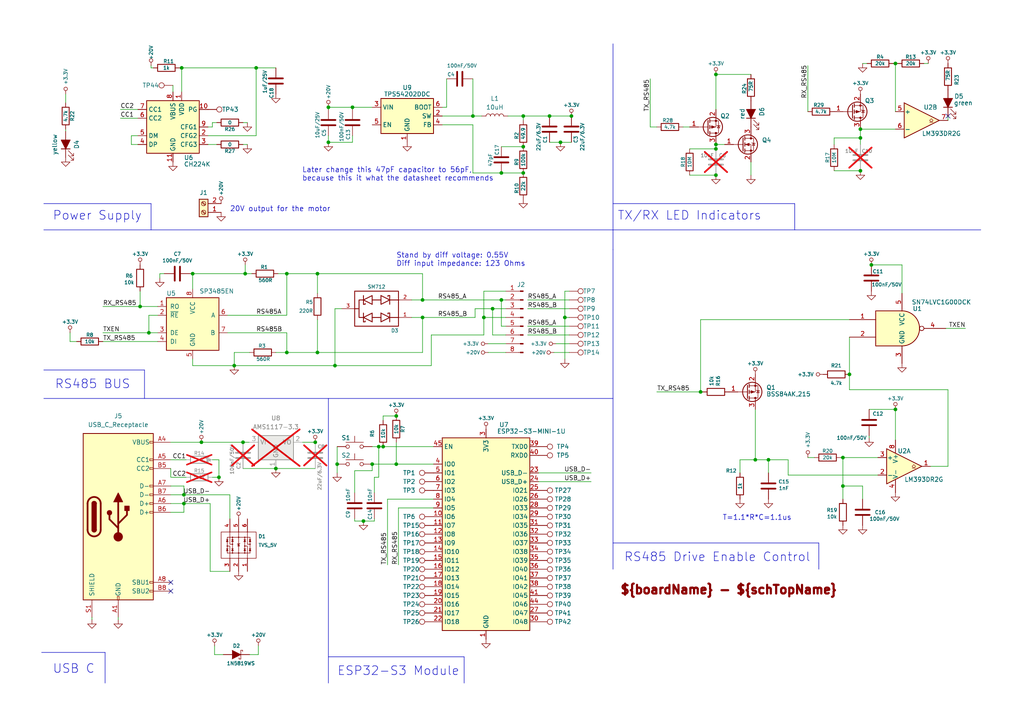
<source format=kicad_sch>
(kicad_sch (version 20250114) (generator "eeschema") (generator_version "9.0")
  (paper "A4")
  (title_block (title "${boardName} - ${schTopName}") (date "2025-10-04") (rev "0.1"))
  (text "Stand by diff voltage: 0.55V\nDiff input impedance: 123 Ohms" (at 114.935 77.47 0) (effects (font (size 1.5 1.5)) (justify left bottom)))
  (text "Later change this 47pF capacitor to 56pF,\nbecause this it what the datasheet recommends" (at 87.63 52.705 0) (effects (font (size 1.5 1.5)) (justify left bottom)))
  (text "RS485 BUS" (at 15.875 113.03 0) (effects (font (size 2.54 2.54)) (justify left bottom)))
  (text "T=1.1*R*C=1.1us" (at 209.55 151.13 0) (effects (font (size 1.5 1.5)) (justify left bottom)))
  (text "20V output for the motor" (at 66.675 61.595 0) (effects (font (size 1.5 1.5)) (justify left bottom)))
  (text "TX/RX LED Indicators" (at 179.07 64.135 0) (effects (font (size 2.54 2.54)) (justify left bottom)))
  (text "USB C" (at 15.24 195.58 0) (effects (font (size 2.54 2.54)) (justify left bottom)))
  (text "Power Supply" (at 15.24 64.135 0) (effects (font (size 2.54 2.54)) (justify left bottom)))
  (text "RS485 Drive Enable Control" (at 180.975 163.195 0) (effects (font (size 2.54 2.54)) (justify left bottom)))
  (text "${boardName} - ${schTopName}" (at 179.705 172.72 0) (effects (font (size 2.5 2.5) (thickness 0.8) (bold yes)) (justify left bottom)))
  (text "ESP32-S3 Module" (at 97.79 196.215 0) (effects (font (size 2.54 2.54)) (justify left bottom)))
  (junction (at 122.555 92.075))
  (junction (at 67.945 106.045))
  (junction (at 151.765 33.655))
  (junction (at 91.44 128.27))
  (junction (at 114.935 120.65))
  (junction (at 145.415 50.165))
  (junction (at 122.555 86.995))
  (junction (at 107.95 134.62))
  (junction (at 43.18 96.52))
  (junction (at 80.01 135.89))
  (junction (at 63.5 138.43))
  (junction (at 259.715 18.415))
  (junction (at 203.2 113.665))
  (junction (at 137.16 33.655))
  (junction (at 95.25 41.275))
  (junction (at 83.185 79.375))
  (junction (at 52.705 19.685))
  (junction (at 222.885 133.35))
  (junction (at 74.295 19.685))
  (junction (at 70.485 128.27))
  (junction (at 207.645 41.91))
  (junction (at 114.935 134.62))
  (junction (at 259.715 118.745))
  (junction (at 249.555 49.53))
  (junction (at 102.235 31.115))
  (junction (at 151.765 42.545))
  (junction (at 40.64 88.9))
  (junction (at 246.38 108.585))
  (junction (at 207.645 50.8))
  (junction (at 92.075 102.235))
  (junction (at 151.765 50.165))
  (junction (at 163.83 92.075))
  (junction (at 162.56 41.275))
  (junction (at 92.075 79.375))
  (junction (at 111.125 129.54))
  (junction (at 159.385 33.655))
  (junction (at 97.155 106.045))
  (junction (at 244.475 132.715))
  (junction (at 53.34 143.51))
  (junction (at 219.075 133.35))
  (junction (at 83.185 102.235))
  (junction (at 71.12 79.375))
  (junction (at 165.735 33.655))
  (junction (at 109.855 129.54))
  (junction (at 142.875 89.535))
  (junction (at 207.645 21.59))
  (junction (at 249.555 37.465))
  (junction (at 207.645 43.18))
  (junction (at 249.555 40.005))
  (junction (at 140.335 92.075))
  (junction (at 53.34 146.05))
  (junction (at 145.415 86.995))
  (junction (at 58.42 128.27))
  (junction (at 105.41 151.13))
  (junction (at 252.73 76.835))
  (junction (at 55.88 79.375))
  (junction (at 95.25 31.115))
  (junction (at 244.475 140.97))
  (junction (at 97.79 134.62))
  (no_connect (at 49.53 168.91))
  (no_connect (at 49.53 171.45))
  (no_connect (at 274.955 33.655))
  (wire (pts (xy 102.87 150.495) (xy 102.87 151.13)))
  (wire (pts (xy 34.925 31.75) (xy 40.005 31.75)))
  (wire (pts (xy 97.79 134.62) (xy 97.79 137.16)))
  (wire (pts (xy 153.035 86.995) (xy 165.1 86.995)))
  (polyline (pts (xy 230.505 66.675) (xy 230.505 59.055)))
  (wire (pts (xy 122.555 86.995) (xy 122.555 79.375)))
  (wire (pts (xy 145.415 42.545) (xy 151.765 42.545)))
  (wire (pts (xy 20.32 99.06) (xy 22.225 99.06)))
  (wire (pts (xy 249.555 37.465) (xy 259.715 37.465)))
  (wire (pts (xy 66.04 91.44) (xy 83.185 91.44)))
  (wire (pts (xy 111.125 120.65) (xy 111.125 121.92)))
  (wire (pts (xy 97.79 129.54) (xy 97.79 134.62)))
  (polyline (pts (xy 12.7 115.57) (xy 177.8 115.57)))
  (wire (pts (xy 61.595 36.83) (xy 60.325 36.83)))
  (wire (pts (xy 128.27 36.195) (xy 137.16 36.195)))
  (wire (pts (xy 92.075 79.375) (xy 122.555 79.375)))
  (polyline (pts (xy 43.815 59.055) (xy 12.7 59.055)))
  (wire (pts (xy 46.355 79.375) (xy 46.355 80.645)))
  (wire (pts (xy 200.025 50.8) (xy 207.645 50.8)))
  (wire (pts (xy 217.805 46.99) (xy 217.805 50.8)))
  (wire (pts (xy 97.155 106.045) (xy 125.095 106.045)))
  (wire (pts (xy 207.645 21.59) (xy 217.805 21.59)))
  (wire (pts (xy 252.095 126.365) (xy 252.095 127)))
  (wire (pts (xy 219.075 133.35) (xy 222.885 133.35)))
  (wire (pts (xy 63.5 138.43) (xy 63.5 133.35)))
  (wire (pts (xy 162.56 41.275) (xy 165.735 41.275)))
  (wire (pts (xy 62.23 189.865) (xy 64.77 189.865)))
  (wire (pts (xy 125.73 147.32) (xy 115.57 147.32)))
  (wire (pts (xy 52.705 19.685) (xy 74.295 19.685)))
  (wire (pts (xy 280.035 95.25) (xy 274.32 95.25)))
  (wire (pts (xy 141.605 99.695) (xy 146.685 99.695)))
  (wire (pts (xy 163.83 92.075) (xy 163.83 104.14)))
  (wire (pts (xy 34.925 34.29) (xy 40.005 34.29)))
  (wire (pts (xy 95.25 31.115) (xy 102.235 31.115)))
  (wire (pts (xy 49.53 138.43) (xy 53.975 138.43)))
  (wire (pts (xy 61.595 35.56) (xy 62.865 35.56)))
  (wire (pts (xy 80.01 102.235) (xy 83.185 102.235)))
  (wire (pts (xy 140.335 84.455) (xy 146.685 84.455)))
  (wire (pts (xy 252.095 118.745) (xy 259.715 118.745)))
  (wire (pts (xy 95.25 39.37) (xy 95.25 41.275)))
  (polyline (pts (xy 177.8 66.675) (xy 12.7 66.675)))
  (wire (pts (xy 58.42 128.27) (xy 70.485 128.27)))
  (wire (pts (xy 80.01 135.89) (xy 91.44 135.89)))
  (polyline (pts (xy 134.62 198.12) (xy 134.62 190.5)))
  (wire (pts (xy 153.035 97.155) (xy 165.1 97.155)))
  (wire (pts (xy 160.655 102.235) (xy 165.1 102.235)))
  (wire (pts (xy 49.53 140.97) (xy 53.34 140.97)))
  (wire (pts (xy 125.095 106.045) (xy 125.095 97.155)))
  (polyline (pts (xy 177.8 72.39) (xy 177.8 12.7)))
  (wire (pts (xy 67.945 102.235) (xy 67.945 106.045)))
  (wire (pts (xy 156.21 137.16) (xy 171.45 137.16)))
  (wire (pts (xy 214.63 133.35) (xy 219.075 133.35)))
  (wire (pts (xy 43.815 19.685) (xy 43.815 19.05)))
  (wire (pts (xy 151.765 33.655) (xy 159.385 33.655)))
  (wire (pts (xy 140.335 97.155) (xy 140.335 92.075)))
  (wire (pts (xy 72.39 189.865) (xy 74.93 189.865)))
  (wire (pts (xy 250.19 18.415) (xy 251.46 18.415)))
  (wire (pts (xy 49.53 128.27) (xy 58.42 128.27)))
  (wire (pts (xy 274.955 113.03) (xy 274.955 135.255)))
  (wire (pts (xy 159.385 33.655) (xy 165.735 33.655)))
  (wire (pts (xy 165.1 84.455) (xy 163.83 84.455)))
  (wire (pts (xy 55.88 79.375) (xy 55.245 79.375)))
  (wire (pts (xy 244.475 132.715) (xy 243.84 132.715)))
  (wire (pts (xy 55.88 79.375) (xy 71.12 79.375)))
  (wire (pts (xy 70.485 128.27) (xy 72.39 128.27)))
  (wire (pts (xy 151.765 33.655) (xy 147.32 33.655)))
  (wire (pts (xy 244.475 132.715) (xy 244.475 140.97)))
  (wire (pts (xy 137.16 50.165) (xy 145.415 50.165)))
  (wire (pts (xy 108.585 151.13) (xy 105.41 151.13)))
  (wire (pts (xy 38.1 39.37) (xy 40.005 39.37)))
  (wire (pts (xy 43.18 96.52) (xy 45.72 96.52)))
  (wire (pts (xy 274.955 33.655) (xy 274.955 34.925)))
  (wire (pts (xy 71.12 79.375) (xy 73.025 79.375)))
  (wire (pts (xy 102.87 151.13) (xy 105.41 151.13)))
  (wire (pts (xy 49.53 133.35) (xy 53.975 133.35)))
  (wire (pts (xy 161.29 99.695) (xy 165.1 99.695)))
  (wire (pts (xy 146.685 97.155) (xy 142.875 97.155)))
  (wire (pts (xy 87.63 128.27) (xy 91.44 128.27)))
  (wire (pts (xy 128.27 33.655) (xy 137.16 33.655)))
  (wire (pts (xy 53.34 143.51) (xy 66.675 143.51)))
  (wire (pts (xy 114.935 134.62) (xy 125.73 134.62)))
  (wire (pts (xy 115.57 147.32) (xy 115.57 163.83)))
  (wire (pts (xy 141.605 102.235) (xy 146.685 102.235)))
  (wire (pts (xy 55.88 83.82) (xy 55.88 79.375)))
  (wire (pts (xy 156.21 139.7) (xy 171.45 139.7)))
  (wire (pts (xy 55.88 106.045) (xy 67.945 106.045)))
  (wire (pts (xy 49.53 135.89) (xy 49.53 138.43)))
  (wire (pts (xy 74.295 39.37) (xy 74.295 19.685)))
  (wire (pts (xy 102.87 136.525) (xy 102.87 142.875)))
  (wire (pts (xy 83.185 96.52) (xy 83.185 102.235)))
  (wire (pts (xy 102.235 41.275) (xy 95.25 41.275)))
  (wire (pts (xy 109.855 129.54) (xy 111.125 129.54)))
  (wire (pts (xy 29.845 96.52) (xy 43.18 96.52)))
  (wire (pts (xy 29.845 88.9) (xy 40.64 88.9)))
  (wire (pts (xy 261.62 85.09) (xy 261.62 76.835)))
  (wire (pts (xy 246.38 97.79) (xy 246.38 108.585)))
  (wire (pts (xy 40.64 88.9) (xy 45.72 88.9)))
  (wire (pts (xy 53.34 148.59) (xy 53.34 146.05)))
  (wire (pts (xy 47.625 79.375) (xy 46.355 79.375)))
  (wire (pts (xy 259.715 18.415) (xy 259.715 32.385)))
  (wire (pts (xy 62.23 187.325) (xy 62.23 189.865)))
  (wire (pts (xy 111.125 120.65) (xy 114.935 120.65)))
  (wire (pts (xy 203.2 92.71) (xy 203.2 113.665)))
  (wire (pts (xy 198.12 36.83) (xy 200.025 36.83)))
  (wire (pts (xy 95.25 31.75) (xy 95.25 31.115)))
  (wire (pts (xy 219.075 118.745) (xy 219.075 133.35)))
  (wire (pts (xy 40.64 84.455) (xy 40.64 88.9)))
  (wire (pts (xy 97.155 89.535) (xy 97.155 106.045)))
  (polyline (pts (xy 237.49 165.1) (xy 237.49 157.48)))
  (wire (pts (xy 137.795 92.075) (xy 137.795 89.535)))
  (wire (pts (xy 108.585 150.495) (xy 108.585 151.13)))
  (wire (pts (xy 80.645 79.375) (xy 83.185 79.375)))
  (wire (pts (xy 261.62 76.835) (xy 252.73 76.835)))
  (wire (pts (xy 55.88 104.14) (xy 55.88 106.045)))
  (wire (pts (xy 122.555 92.075) (xy 122.555 102.235)))
  (wire (pts (xy 43.815 19.685) (xy 44.45 19.685)))
  (wire (pts (xy 274.955 135.255) (xy 269.875 135.255)))
  (wire (pts (xy 244.475 140.97) (xy 244.475 144.78)))
  (wire (pts (xy 43.18 91.44) (xy 45.72 91.44)))
  (wire (pts (xy 151.765 33.655) (xy 151.765 34.925)))
  (wire (pts (xy 207.645 41.91) (xy 210.185 41.91)))
  (polyline (pts (xy 230.505 59.055) (xy 177.8 59.055)))
  (wire (pts (xy 246.38 113.03) (xy 274.955 113.03)))
  (wire (pts (xy 119.38 92.075) (xy 122.555 92.075)))
  (wire (pts (xy 190.5 36.83) (xy 188.595 36.83)))
  (wire (pts (xy 74.93 189.865) (xy 74.93 187.325)))
  (wire (pts (xy 102.235 31.75) (xy 102.235 31.115)))
  (polyline (pts (xy 177.8 165.1) (xy 177.8 72.39)))
  (wire (pts (xy 241.935 49.53) (xy 249.555 49.53)))
  (polyline (pts (xy 177.8 66.675) (xy 284.48 66.675)))
  (wire (pts (xy 92.075 92.71) (xy 92.075 102.235)))
  (polyline (pts (xy 43.815 66.675) (xy 43.815 59.055)))
  (wire (pts (xy 125.095 97.155) (xy 140.335 97.155)))
  (wire (pts (xy 102.235 39.37) (xy 102.235 41.275)))
  (polyline (pts (xy 41.91 107.315) (xy 12.7 107.315)))
  (wire (pts (xy 137.16 22.86) (xy 137.16 33.655)))
  (wire (pts (xy 244.475 140.97) (xy 250.19 140.97)))
  (wire (pts (xy 114.935 128.27) (xy 114.935 134.62)))
  (wire (pts (xy 200.025 43.18) (xy 207.645 43.18)))
  (wire (pts (xy 53.34 146.05) (xy 60.96 146.05)))
  (wire (pts (xy 214.63 133.35) (xy 214.63 137.16)))
  (wire (pts (xy 102.235 31.115) (xy 107.95 31.115)))
  (wire (pts (xy 228.6 137.795) (xy 228.6 133.35)))
  (polyline (pts (xy 134.62 190.5) (xy 95.25 190.5)))
  (wire (pts (xy 146.685 94.615) (xy 145.415 94.615)))
  (wire (pts (xy 254.635 132.715) (xy 244.475 132.715)))
  (wire (pts (xy 43.18 91.44) (xy 43.18 96.52)))
  (wire (pts (xy 52.07 19.685) (xy 52.705 19.685)))
  (polyline (pts (xy 41.91 115.57) (xy 41.91 107.315)))
  (wire (pts (xy 92.075 79.375) (xy 92.075 85.09)))
  (polyline (pts (xy 237.49 157.48) (xy 177.8 157.48)))
  (wire (pts (xy 19.05 37.465) (xy 19.05 38.1)))
  (wire (pts (xy 254.635 137.795) (xy 228.6 137.795)))
  (wire (pts (xy 129.54 31.115) (xy 128.27 31.115)))
  (wire (pts (xy 107.95 136.525) (xy 107.95 134.62)))
  (wire (pts (xy 61.595 138.43) (xy 63.5 138.43)))
  (wire (pts (xy 153.035 89.535) (xy 165.1 89.535)))
  (wire (pts (xy 26.67 179.07) (xy 26.67 179.705)))
  (wire (pts (xy 122.555 86.995) (xy 145.415 86.995)))
  (wire (pts (xy 145.415 50.165) (xy 151.765 50.165)))
  (wire (pts (xy 203.2 113.665) (xy 203.835 113.665)))
  (wire (pts (xy 207.645 21.59) (xy 207.645 31.75)))
  (wire (pts (xy 259.08 18.415) (xy 259.715 18.415)))
  (wire (pts (xy 125.73 144.78) (xy 112.395 144.78)))
  (wire (pts (xy 222.885 133.35) (xy 222.885 137.16)))
  (wire (pts (xy 49.53 148.59) (xy 53.34 148.59)))
  (wire (pts (xy 207.645 41.91) (xy 207.645 43.18)))
  (wire (pts (xy 50.165 24.765) (xy 50.165 26.67)))
  (wire (pts (xy 108.585 138.43) (xy 108.585 142.875)))
  (wire (pts (xy 70.485 135.89) (xy 80.01 135.89)))
  (wire (pts (xy 163.83 92.075) (xy 165.1 92.075)))
  (wire (pts (xy 60.325 41.91) (xy 62.865 41.91)))
  (wire (pts (xy 260.35 18.415) (xy 259.715 18.415)))
  (wire (pts (xy 140.335 92.075) (xy 146.685 92.075)))
  (wire (pts (xy 71.12 76.835) (xy 71.12 79.375)))
  (wire (pts (xy 145.415 94.615) (xy 145.415 86.995)))
  (wire (pts (xy 190.5 113.665) (xy 203.2 113.665)))
  (wire (pts (xy 259.715 118.745) (xy 259.715 127.635)))
  (wire (pts (xy 60.325 39.37) (xy 74.295 39.37)))
  (wire (pts (xy 19.05 27.305) (xy 19.05 29.845)))
  (wire (pts (xy 45.72 99.06) (xy 29.845 99.06)))
  (wire (pts (xy 112.395 144.78) (xy 112.395 163.83)))
  (wire (pts (xy 66.04 96.52) (xy 83.185 96.52)))
  (wire (pts (xy 122.555 92.075) (xy 137.795 92.075)))
  (wire (pts (xy 142.875 97.155) (xy 142.875 89.535)))
  (wire (pts (xy 137.795 89.535) (xy 142.875 89.535)))
  (wire (pts (xy 20.32 96.52) (xy 20.32 99.06)))
  (wire (pts (xy 70.485 41.91) (xy 71.755 41.91)))
  (wire (pts (xy 107.95 129.54) (xy 109.855 129.54)))
  (wire (pts (xy 60.96 165.735) (xy 66.675 165.735)))
  (wire (pts (xy 250.19 140.97) (xy 250.19 144.78)))
  (wire (pts (xy 107.95 134.62) (xy 114.935 134.62)))
  (wire (pts (xy 153.035 94.615) (xy 165.1 94.615)))
  (wire (pts (xy 52.705 26.67) (xy 52.705 19.685)))
  (wire (pts (xy 234.315 19.05) (xy 234.315 32.385)))
  (wire (pts (xy 70.485 35.56) (xy 71.755 35.56)))
  (wire (pts (xy 145.415 86.995) (xy 146.685 86.995)))
  (wire (pts (xy 188.595 22.86) (xy 188.595 36.83)))
  (wire (pts (xy 92.075 102.235) (xy 122.555 102.235)))
  (wire (pts (xy 142.875 89.535) (xy 146.685 89.535)))
  (wire (pts (xy 61.595 35.56) (xy 61.595 36.83)))
  (wire (pts (xy 83.185 79.375) (xy 83.185 91.44)))
  (wire (pts (xy 97.155 89.535) (xy 99.06 89.535)))
  (wire (pts (xy 83.185 79.375) (xy 92.075 79.375)))
  (wire (pts (xy 249.555 40.005) (xy 249.555 37.465)))
  (wire (pts (xy 49.53 143.51) (xy 53.34 143.51)))
  (wire (pts (xy 66.675 143.51) (xy 66.675 150.495)))
  (polyline (pts (xy 30.48 189.23) (xy 12.065 189.23)))
  (polyline (pts (xy 95.25 198.12) (xy 95.25 115.57)))
  (wire (pts (xy 119.38 86.995) (xy 122.555 86.995)))
  (wire (pts (xy 241.935 41.91) (xy 241.935 40.005)))
  (wire (pts (xy 129.54 22.86) (xy 129.54 31.115)))
  (wire (pts (xy 140.335 92.075) (xy 140.335 84.455)))
  (wire (pts (xy 34.29 179.705) (xy 34.29 179.07)))
  (wire (pts (xy 60.96 146.05) (xy 60.96 165.735)))
  (wire (pts (xy 249.555 41.91) (xy 249.555 40.005)))
  (wire (pts (xy 222.885 133.35) (xy 228.6 133.35)))
  (wire (pts (xy 49.53 146.05) (xy 53.34 146.05)))
  (wire (pts (xy 109.855 138.43) (xy 108.585 138.43)))
  (polyline (pts (xy 30.48 198.12) (xy 30.48 189.23)))
  (wire (pts (xy 111.125 129.54) (xy 125.73 129.54)))
  (wire (pts (xy 234.315 132.715) (xy 236.22 132.715)))
  (wire (pts (xy 267.97 18.415) (xy 269.24 18.415)))
  (wire (pts (xy 67.945 102.235) (xy 72.39 102.235)))
  (wire (pts (xy 83.185 102.235) (xy 92.075 102.235)))
  (wire (pts (xy 61.595 133.35) (xy 63.5 133.35)))
  (wire (pts (xy 53.34 140.97) (xy 53.34 143.51)))
  (wire (pts (xy 74.295 19.685) (xy 80.01 19.685)))
  (wire (pts (xy 163.83 84.455) (xy 163.83 92.075)))
  (wire (pts (xy 137.16 33.655) (xy 139.7 33.655)))
  (wire (pts (xy 38.1 41.91) (xy 38.1 39.37)))
  (wire (pts (xy 40.005 41.91) (xy 38.1 41.91)))
  (wire (pts (xy 102.87 136.525) (xy 107.95 136.525)))
  (wire (pts (xy 246.38 108.585) (xy 246.38 113.03)))
  (wire (pts (xy 109.855 129.54) (xy 109.855 138.43)))
  (wire (pts (xy 159.385 41.275) (xy 162.56 41.275)))
  (wire (pts (xy 67.945 106.045) (xy 97.155 106.045)))
  (wire (pts (xy 203.2 92.71) (xy 246.38 92.71)))
  (wire (pts (xy 137.16 36.195) (xy 137.16 50.165)))
  (wire (pts (xy 241.935 40.005) (xy 249.555 40.005)))
  (label "TX_RS485" (at 188.595 32.385 90))
  (label "USB_D+" (at 171.45 139.7 180))
  (label "CC1" (at 34.925 34.29 0))
  (label "CC2" (at 53.975 138.43 180))
  (label "RS485B" (at 74.295 96.52 0))
  (label "USB_D-" (at 60.96 143.51 180))
  (label "RS485_A" (at 153.035 86.995 0))
  (label "RS485_B" (at 127 92.075 0))
  (label "TXEN" (at 280.035 95.25 180))
  (label "RX_RS485" (at 115.57 163.83 90))
  (label "TX_RS485" (at 200.025 113.665 180))
  (label "TXEN" (at 29.845 96.52 0))
  (label "CC1" (at 53.975 133.35 180))
  (label "USB_D+" (at 60.96 146.05 180))
  (label "RS485A" (at 74.295 91.44 0))
  (label "RX_RS485" (at 29.845 88.9 0))
  (label "TX_RS485" (at 29.845 99.06 0))
  (label "TX_RS485" (at 112.395 163.83 90))
  (label "USB_D-" (at 171.45 137.16 180))
  (label "RS485_A" (at 153.035 94.615 0))
  (label "RS485_B" (at 153.035 89.535 0))
  (label "RS485_A" (at 127 86.995 0))
  (label "CC2" (at 34.925 31.75 0))
  (label "RX_RS485" (at 234.315 28.575 90))
  (label "RS485_B" (at 153.035 97.155 0))
  (symbol (lib_id "Celebi:capacitor") (at 51.435 79.375 0) (unit 1)
    (property "Reference" "C7" (at 51.435 73.66 0) (effects (font (size 1.016 1.016))))
    (property "Value" "100nF/50V" (at 51.435 75.565 0) (effects (font (size 1.016 1.016))))
    (property "Footprint" "Capacitor_SMD:C_0603_1608Metric" (effects (hide yes)))
    (property "Description" "50V 100nF X7R ±10% 0603  Multilayer Ceramic Capacitors MLCC - SMD/SMT ROHS" (effects (hide yes)))
    (property "Tolerance" "10%" (effects (hide yes)))
    (property "Power" "_" (effects (hide yes)))
    (property "Manufacturer" "Yageo" (effects (hide yes)))
    (property "PartNumber" "CC0603KRX7R9BB104" (effects (hide yes)))
    (property "Digikey" "1276-6854-1-ND" (effects (hide yes)))
    (property "LCSC" "C14663" (effects (hide yes)))
  )
  (symbol (lib_id "Celebi:resistor") (at 92.075 88.9 90) (mirror x) (unit 1)
    (property "Reference" "R5" (at 90.805 87.63 90) (effects (font (size 1.016 1.016)) (justify left)))
    (property "Value" "220R" (at 90.805 90.17 90) (effects (font (size 1.016 1.016)) (justify left)))
    (property "Footprint" "Resistor_SMD:R_0603_1608Metric" (effects (hide yes)))
    (property "Datasheet" "https://wmsc.lcsc.com/wmsc/upload/file/pdf/v2/lcsc/2206010130_UNI-ROYAL-Uniroyal-Elec-0603WAF2200T5E_C22962.pdf" (effects (hide yes)))
    (property "Description" "100mW Thick Film Resistors 75V ±100ppm/℃ ±1% 220Ω 0603 Chip Resistor - Surface Mount ROHS" (effects (hide yes)))
    (property "Tolerance" "5%" (effects (hide yes)))
    (property "Power" "1/10W" (effects (hide yes)))
    (property "Manufacturer" "UNI-ROYAL(Uniroyal Elec)" (effects (hide yes)))
    (property "PartNumber" "0603WAF2200T5E" (effects (hide yes)))
    (property "LCSC" "C22962" (effects (hide yes)))
  )
  (symbol (lib_id "Celebi:SM712") (at 109.22 89.535 180) (unit 1)
    (property "Reference" "D3" (at 115.57 95.885 0) (effects (font (size 1.016 1.016)) (justify left)))
    (property "Value" "SM712" (at 109.22 83.185 0) (effects (font (size 1.016 1.016))))
    (property "Footprint" "Celebi:SOT23-3" (effects (hide yes)))
    (property "Description" "SOT-23  ESD Protection Devices ROHS" (effects (hide yes)))
    (property "Tolerance" "_" (effects (hide yes)))
    (property "Power" "400W" (effects (hide yes)))
    (property "Manufacturer" "DOWO" (effects (hide yes)))
    (property "PartNumber" "SM712" (effects (hide yes)))
    (property "Digikey" "!F6450CT-ND" (effects (hide yes)))
    (property "LCSC" "C293966" (effects (hide yes)))
  )
  (symbol (lib_id "Celebi:+5V") (at 74.93 187.325 0) (unit 1)
    (property "Reference" "#PWR0111" (effects (hide yes)))
    (property "Value" "+20V" (at 74.93 184.15 0) (effects (font (size 1.016 1.016))))
  )
  (symbol (lib_id "Celebi:+3.3V") (at 62.23 187.325 0) (unit 1)
    (property "Reference" "#PWR0112" (effects (hide yes)))
    (property "Value" "+3.3V" (at 62.23 184.15 0) (effects (font (size 1.016 1.016))))
  )
  (symbol (lib_id "Celebi:+3.3V") (at 20.32 96.52 0) (unit 1)
    (property "Reference" "#PWR0110" (effects (hide yes)))
    (property "Value" "+3.3V" (at 20.32 93.345 0) (effects (font (size 1.016 1.016))))
  )
  (symbol (lib_id "Celebi:+3.3V") (at 71.12 76.835 0) (unit 1)
    (property "Reference" "#PWR0101" (effects (hide yes)))
    (property "Value" "+3.3V" (at 71.12 73.66 0) (effects (font (size 1.016 1.016))))
  )
  (symbol (lib_id "Celebi:824015") (at 69.215 158.115 270) (mirror x) (unit 1)
    (property "Reference" "D1" (at 74.93 155.575 90) (effects (font (size 1.016 1.016)) (justify left)))
    (property "Value" "TVS_5V" (at 74.93 158.115 90) (effects (font (size 1.016 1.016)) (justify left)))
    (property "Footprint" "Celebi:SOT23-6L" (effects (hide yes)))
    (property "Description" "SOT-23-6  ESD Protection Devices ROHS" (effects (hide yes)))
    (property "Tolerance" "_" (effects (hide yes)))
    (property "Power" "_" (effects (hide yes)))
    (property "Manufacturer" "Tech_Public" (effects (hide yes)))
    (property "PartNumber" "TPIP4220CZ6" (effects (hide yes)))
    (property "Digikey" "!1727-2751-1-ND" (effects (hide yes)))
    (property "LCSC" "C558417" (effects (hide yes)))
  )
  (symbol (lib_id "Celebi:capacitor") (at 70.485 132.08 270) (unit 1) (in_bom no) (on_board no) (dnp yes)
    (property "Reference" "C2" (at 69.215 133.985 0) (effects (font (size 1.016 1.016)) (justify left)))
    (property "Value" "100nF/50V" (at 67.31 128.905 0) (effects (font (size 1.016 1.016)) (justify left)))
    (property "Footprint" "Capacitor_SMD:C_0603_1608Metric" (effects (hide yes)))
    (property "Description" "50V 100nF X7R ±10% 0603  Multilayer Ceramic Capacitors MLCC - SMD/SMT ROHS" (effects (hide yes)))
    (property "Tolerance" "10%" (effects (hide yes)))
    (property "Power" "_" (effects (hide yes)))
    (property "Manufacturer" "Yageo" (effects (hide yes)))
    (property "PartNumber" "CC0603KRX7R9BB104" (effects (hide yes)))
    (property "Digikey" "1276-6854-1-ND" (effects (hide yes)))
    (property "LCSC" "C14663" (effects (hide yes)))
  )
  (symbol (lib_id "Celebi:GND") (at 217.805 50.8 0) (unit 1)
    (property "Reference" "#PWR030" (effects (hide yes)))
    (property "Value" "GND" (effects (hide yes)))
  )
  (symbol (lib_id "Celebi:GND") (at 34.29 179.705 0) (unit 1)
    (property "Reference" "#PWR041" (effects (hide yes)))
    (property "Value" "GND" (effects (hide yes)))
  )
  (symbol (lib_id "Celebi:resistor") (at 217.805 25.4 90) (mirror x) (unit 1)
    (property "Reference" "R24" (at 215.9 24.13 0) (effects (font (size 1.016 1.016)) (justify left)))
    (property "Value" "75R" (at 217.805 23.495 0) (effects (font (size 1.016 1.016)) (justify left)))
    (property "Footprint" "Resistor_SMD:R_0603_1608Metric" (effects (hide yes)))
    (property "Description" "100mW Thick Film Resistors 75V ±1% ±200ppm/℃ 75Ω 0603 Chip Resistor - Surface Mount ROHS" (effects (hide yes)))
    (property "Tolerance" "1%" (effects (hide yes)))
    (property "Power" "1/10W" (effects (hide yes)))
    (property "Manufacturer" "UNI-ROYAL(Uniroyal Elec)" (effects (hide yes)))
    (property "PartNumber" "0603WAF750JT5E" (effects (hide yes)))
    (property "LCSC" "C4275" (effects (hide yes)))
  )
  (symbol (lib_id "Celebi:capacitor") (at 91.44 132.08 270) (unit 1) (in_bom no) (on_board no) (dnp yes)
    (property "Reference" "C8" (at 92.075 129.54 90) (effects (font (size 1.016 1.016)) (justify left)))
    (property "Value" "22uF/6.3V" (at 92.71 133.985 0) (effects (font (size 1.016 1.016)) (justify left)))
    (property "Footprint" "Capacitor_SMD:C_0603_1608Metric" (effects (hide yes)))
    (property "Datasheet" "https://wmsc.lcsc.com/wmsc/upload/file/pdf/v2/lcsc/2304140030_Samsung-Electro-Mechanics-CL10A106KP8NNNC_C19702.pdf" (effects (hide yes)))
    (property "Description" "10V 10uF X5R ±10% 0603 Multilayer Ceramic Capacitors MLCC - SMD/SMT ROHS" (effects (hide yes)))
    (property "Tolerance" "10%" (effects (hide yes)))
    (property "Manufacturer" "Samsung Electro-Mechanics" (effects (hide yes)))
    (property "PartNumber" "CL10A106KP8NNNC" (effects (hide yes)))
    (property "LCSC" "C59461" (effects (hide yes)))
  )
  (symbol (lib_id "Celebi:capacitor") (at 145.415 46.355 270) (unit 1)
    (property "Reference" "C17" (at 144.145 41.91 0) (effects (font (size 1.016 1.016)) (justify left)))
    (property "Value" "47pF" (at 142.24 44.45 0) (effects (font (size 1.016 1.016)) (justify left)))
    (property "Footprint" "Capacitor_SMD:C_0603_1608Metric" (effects (hide yes)))
    (property "Power" "_" (effects (hide yes)))
    (property "LCSC" "C1671" (effects (hide yes)))
  )
  (symbol (lib_id "74xGxx:SN74LVC1G00DCK") (at 261.62 95.25 0) (unit 1)
    (property "Reference" "U1" (at 266.065 89.535 0))
    (property "Value" "SN74LVC1G00DCK" (at 273.05 87.63 0))
    (property "Footprint" "Package_TO_SOT_SMD:Texas_R-PDSO-G5_DCK-5" (effects (hide yes)))
    (property "Datasheet" "http://www.ti.com/lit/ds/symlink/sn74lvc1g00.pdf" (effects (hide yes)))
    (property "Description" "Single NAND Gate, Low-Voltage CMOS, SOT-353" (effects (hide yes)))
    (property "LCSC" "C2976658" (effects (hide yes)))
  )
  (symbol (lib_id "Connector:Conn_01x08_Pin") (at 151.765 92.075 0) (mirror y) (unit 1)
    (property "Reference" "J2" (at 151.13 82.55 0))
    (property "Value" "TSM-108-01-T-SH-A-P-TR" (effects (hide yes)))
    (property "Footprint" "conn:SAMTEC_TSM-108-01-T-SH-A-P-TR_hole1.5mm" (effects (hide yes)))
    (property "LCSC" "C9900147851" (effects (hide yes)))
  )
  (symbol (lib_id "Espressif:ESP32-C6-WROOM-1") (at 50.165 250.825 0) (unit 1) (in_bom no) (on_board no) (dnp yes)
    (property "Reference" "U3" (at 53.975 217.17 0) (effects (justify left)))
    (property "Value" "ESP32-C6-WROOM-1" (at 53.975 219.075 0) (effects (justify left)))
    (property "Footprint" "PCM_Espressif:ESP32-C6-WROOM-1" (effects (hide yes)))
    (property "Datasheet" "https://www.espressif.com/sites/default/files/documentation/esp32-c6-wroom-1_wroom-1u_datasheet_en.pdf" (effects (hide yes)))
    (property "Description" "ESP32-C6-WROOM-1/U is a module that supports 2.4 GHz Wi-Fi 6 (802.11 ax), Bluetooth® 5 (LE), Zigbee and Thread (802.15.4)" (effects (hide yes)))
  )
  (symbol (lib_id "Celebi:capacitor") (at 159.385 37.465 270) (unit 1)
    (property "Reference" "C1" (at 158.115 39.37 0) (effects (font (size 1.016 1.016)) (justify left)))
    (property "Value" "22uF/6.3V" (at 156.21 35.56 0) (effects (font (size 1.016 1.016)) (justify left)))
    (property "Footprint" "Capacitor_SMD:C_0603_1608Metric" (effects (hide yes)))
    (property "Datasheet" "https://wmsc.lcsc.com/wmsc/upload/file/pdf/v2/lcsc/2304140030_Samsung-Electro-Mechanics-CL10A106KP8NNNC_C19702.pdf" (effects (hide yes)))
    (property "Description" "10V 10uF X5R ±10% 0603 Multilayer Ceramic Capacitors MLCC - SMD/SMT ROHS" (effects (hide yes)))
    (property "Tolerance" "10%" (effects (hide yes)))
    (property "Manufacturer" "Samsung Electro-Mechanics" (effects (hide yes)))
    (property "PartNumber" "CL10A106KP8NNNC" (effects (hide yes)))
    (property "LCSC" "C59461" (effects (hide yes)))
  )
  (symbol (lib_id "Celebi:capacitor") (at 207.645 46.99 90) (unit 1) (in_bom no) (dnp yes)
    (property "Reference" "C6" (at 209.55 45.085 90) (effects (font (size 1.016 1.016))))
    (property "Value" "10nF" (at 205.105 45.085 90) (effects (font (size 1.016 1.016))))
    (property "Footprint" "Capacitor_SMD:C_0603_1608Metric" (effects (hide yes)))
    (property "Description" "50V 10nF X7R ±10% 0603 Multilayer Ceramic Capacitors MLCC - SMD/SMT ROHS" (effects (hide yes)))
    (property "Tolerance" "10%" (effects (hide yes)))
    (property "Manufacturer" " FH (Guangdong Fenghua Advanced Tech)" (effects (hide yes)))
    (property "PartNumber" "0603B103K500NT" (effects (hide yes)))
    (property "LCSC" "C57112" (effects (hide yes)))
  )
  (symbol (lib_id "Connector:TestPoint") (at 156.21 142.24 270) (unit 1)
    (property "Reference" "TP27" (at 165.735 142.24 90) (effects (justify right)))
    (property "Value" "TestPoint" (effects (hide yes)))
    (property "Footprint" "rs485RPihat:testpoint_no_border" (effects (hide yes)))
    (property "Description" "test point" (effects (hide yes)))
  )
  (symbol (lib_id "Connector:TestPoint") (at 156.21 177.8 270) (unit 1)
    (property "Reference" "TP41" (at 165.735 177.8 90) (effects (justify right)))
    (property "Value" "TestPoint" (effects (hide yes)))
    (property "Footprint" "rs485RPihat:testpoint_no_border" (effects (hide yes)))
    (property "Description" "test point" (effects (hide yes)))
  )
  (symbol (lib_id "Celebi:resistor") (at 151.765 53.975 270) (unit 1)
    (property "Reference" "R10" (at 149.86 54.61 0) (effects (font (size 1.016 1.016))))
    (property "Value" "22k" (at 151.765 53.975 0) (effects (font (size 1.016 1.016))))
    (property "Footprint" "Resistor_SMD:R_0603_1608Metric" (effects (hide yes)))
    (property "LCSC" "C31850" (effects (hide yes)))
  )
  (symbol (lib_id "Device:Q_PMOS_GSD") (at 205.105 36.83 0) (mirror x) (unit 1)
    (property "Reference" "Q2" (at 208.915 33.655 0) (effects (justify left)))
    (property "Value" "BSS84AK,215" (effects (hide yes)))
    (property "Footprint" "Package_TO_SOT_SMD:SOT-23" (effects (hide yes)))
    (property "Datasheet" "https://datasheet.lcsc.com/lcsc/2304140030_Nexperia-BSS84AK-215_C127273.pdf" (effects (hide yes)))
    (property "Description" "50V 180mA 7.5Ω@10V,100mA P Channel SOT-23(TO-236)  MOSFETs ROHS" (effects (hide yes)))
    (property "Digikey" "---" (effects (hide yes)))
    (property "LCSC" "C127273" (effects (hide yes)))
    (property "Manufacturer" "Nexperia" (effects (hide yes)))
    (property "PartNumber" "BSS84AK,215" (effects (hide yes)))
    (property "Power" "50V 180mA" (effects (hide yes)))
    (property "Tolerance" "_" (effects (hide yes)))
  )
  (symbol (lib_id "Connector:TestPoint") (at 125.73 170.18 90) (unit 1)
    (property "Reference" "TP22" (at 116.84 170.18 90) (effects (justify right)))
    (property "Value" "TestPoint" (effects (hide yes)))
    (property "Footprint" "rs485RPihat:testpoint_no_border" (effects (hide yes)))
    (property "Description" "test point" (effects (hide yes)))
  )
  (symbol (lib_id "Celebi:GND") (at 249.555 49.53 0) (unit 1)
    (property "Reference" "#PWR025" (effects (hide yes)))
    (property "Value" "GND" (effects (hide yes)))
  )
  (symbol (lib_id "Celebi:+3.3V") (at 141.605 99.695 90) (unit 1)
    (property "Reference" "#PWR01" (effects (hide yes)))
    (property "Value" "+3.3V" (at 136.525 99.695 90) (effects (font (size 1.016 1.016))))
  )
  (symbol (lib_id "Celebi:GND") (at 71.755 41.91 0) (unit 1)
    (property "Reference" "#PWR055" (effects (hide yes)))
    (property "Value" "GND" (effects (hide yes)))
  )
  (symbol (lib_id "Celebi:+3.3V") (at 219.075 108.585 0) (unit 1)
    (property "Reference" "#PWR011" (effects (hide yes)))
    (property "Value" "+3.3V" (at 219.075 105.41 0) (effects (font (size 1.016 1.016))))
  )
  (symbol (lib_id "Espressif:ESP32-C6-MINI-1/U") (at 135.89 251.46 0) (unit 1) (in_bom no) (on_board no) (dnp yes)
    (property "Reference" "U4" (at 138.0841 215.9 0) (effects (justify left)))
    (property "Value" "ESP32-C6-MINI-1/U" (at 138.0841 218.44 0) (effects (justify left)))
    (property "Footprint" "PCM_Espressif:ESP32-C6-MINI-1" (effects (hide yes)))
    (property "Datasheet" "https://www.espressif.com/sites/default/files/documentation/esp32-c6-mini-1_datasheet_en.pdf" (effects (hide yes)))
    (property "Description" "ESP32-C6-MINI-1 is a module that supports 2.4 GHz Wi-Fi 6 (802.11 ax), Bluetooth® 5 (LE), Zigbee and Thread (802.15.4)" (effects (hide yes)))
  )
  (symbol (lib_id "Celebi:GND") (at 162.56 41.275 0) (unit 1)
    (property "Reference" "#PWR048" (effects (hide yes)))
    (property "Value" "GND" (effects (hide yes)))
  )
  (symbol (lib_id "Celebi:+3.3V") (at 19.05 27.305 0) (unit 1)
    (property "Reference" "#PWR027" (effects (hide yes)))
    (property "Value" "+3.3V" (at 19.05 22.225 90) (effects (font (size 1.016 1.016))))
  )
  (symbol (lib_id "Celebi:capacitor") (at 252.095 122.555 90) (unit 1)
    (property "Reference" "C12" (at 254.635 120.015 90) (effects (font (size 1.016 1.016))))
    (property "Value" "100nF/50V" (at 247.015 127 90) (effects (font (size 1.016 1.016))))
    (property "Footprint" "Capacitor_SMD:C_0603_1608Metric" (effects (hide yes)))
    (property "Description" "50V 100nF X7R ±10% 0603  Multilayer Ceramic Capacitors MLCC - SMD/SMT ROHS" (effects (hide yes)))
    (property "Tolerance" "10%" (effects (hide yes)))
    (property "Power" "_" (effects (hide yes)))
    (property "Manufacturer" "Yageo" (effects (hide yes)))
    (property "PartNumber" "CC0603KRX7R9BB104" (effects (hide yes)))
    (property "Digikey" "1276-6854-1-ND" (effects (hide yes)))
    (property "LCSC" "C14663" (effects (hide yes)))
  )
  (symbol (lib_id "Connector:TestPoint") (at 165.1 89.535 270) (unit 1)
    (property "Reference" "TP9" (at 172.72 89.535 90) (effects (justify right)))
    (property "Value" "TestPoint" (effects (hide yes)))
    (property "Footprint" "rs485RPihat:testpoint_no_border" (effects (hide yes)))
    (property "Description" "test point" (effects (hide yes)))
  )
  (symbol (lib_id "Interface_USB:CH224K") (at 50.165 36.83 0) (unit 1)
    (property "Reference" "U6" (at 53.34 45.72 0) (effects (justify left)))
    (property "Value" "CH224K" (at 53.34 47.625 0) (effects (justify left)))
    (property "Footprint" "Package_SO:SSOP-10-1EP_3.9x4.9mm_P1mm_EP2.1x3.3mm" (effects (hide yes)))
    (property "Datasheet" "https://www.wch.cn/downloads/file/301.html" (effects (hide yes)))
    (property "Description" "100W USB Type-C PD3.0/2.0, BC1.2 Sink Controller, SSOP-10" (effects (hide yes)))
  )
  (symbol (lib_id "Celebi:GND") (at 207.645 50.8 0) (unit 1)
    (property "Reference" "#PWR033" (effects (hide yes)))
    (property "Value" "GND" (effects (hide yes)))
  )
  (symbol (lib_id "Celebi:capacitor") (at 222.885 140.97 90) (unit 1)
    (property "Reference" "C15" (at 227.33 139.7 90) (effects (font (size 1.016 1.016))))
    (property "Value" "1nF" (at 227.33 141.605 90) (effects (font (size 1.016 1.016))))
    (property "Footprint" "Capacitor_SMD:C_0603_1608Metric" (effects (hide yes)))
    (property "Datasheet" "https://wmsc.lcsc.com/wmsc/upload/file/pdf/v2/lcsc/2304140030_Samsung-Electro-Mechanics-CL10B102KB8NNNC_C1588.pdf" (effects (hide yes)))
    (property "Description" "50V 1nF X7R ±10% 0603 Multilayer Ceramic Capacitors MLCC - SMD/SMT ROHS" (effects (hide yes)))
    (property "Tolerance" "10%" (effects (hide yes)))
    (property "Manufacturer" "Samsung Electro-Mechanics" (effects (hide yes)))
    (property "PartNumber" "CL10B102KB8NNNC" (effects (hide yes)))
    (property "LCSC" "C1588" (effects (hide yes)))
  )
  (symbol (lib_id "Celebi:+3.3V") (at 161.29 99.695 90) (unit 1)
    (property "Reference" "#PWR016" (effects (hide yes)))
    (property "Value" "+3.3V" (at 156.21 99.695 90) (effects (font (size 1.016 1.016))))
  )
  (symbol (lib_id "Celebi:GND") (at 118.11 41.275 0) (unit 1)
    (property "Reference" "#PWR047" (effects (hide yes)))
    (property "Value" "GND" (effects (hide yes)))
  )
  (symbol (lib_id "Connector:TestPoint") (at 165.1 94.615 270) (unit 1)
    (property "Reference" "TP11" (at 173.99 94.615 90) (effects (justify right)))
    (property "Value" "TestPoint" (effects (hide yes)))
    (property "Footprint" "rs485RPihat:testpoint_no_border" (effects (hide yes)))
    (property "Description" "test point" (effects (hide yes)))
  )
  (symbol (lib_id "Celebi:GND") (at 80.01 135.89 0) (unit 1)
    (property "Reference" "#PWR039" (effects (hide yes)))
    (property "Value" "GND" (effects (hide yes)))
  )
  (symbol (lib_id "Celebi:resistor") (at 66.675 41.91 180) (unit 1)
    (property "Reference" "R27" (at 66.675 43.815 0) (effects (font (size 1.016 1.016))))
    (property "Value" "0" (at 66.675 41.91 0) (effects (font (size 1.016 1.016))))
    (property "Footprint" "Resistor_SMD:R_0603_1608Metric" (effects (hide yes)))
    (property "LCSC" "C21189" (effects (hide yes)))
  )
  (symbol (lib_id "Celebi:GND") (at 252.73 84.455 0) (unit 1)
    (property "Reference" "#PWR010" (effects (hide yes)))
    (property "Value" "GND" (effects (hide yes)))
  )
  (symbol (lib_id "Interface_UART:SP3485EN") (at 55.88 93.98 0) (unit 1)
    (property "Reference" "U5" (at 48.26 85.09 0) (effects (justify left)))
    (property "Value" "SP3485EN" (at 57.8359 84.455 0) (effects (justify left)))
    (property "Footprint" "Package_SO:SOIC-8_3.9x4.9mm_P1.27mm" (effects (hide yes)))
    (property "Datasheet" "http://www.icbase.com/pdf/SPX/SPX00480106.pdf" (effects (hide yes)))
    (property "Description" "transceiver 10Mbps 1/1 SOIC-8  RS-485/RS-422 ICs ROHS" (effects (hide yes)))
    (property "LCSC" "C8963" (effects (hide yes)))
    (property "Manufacturer" "MaxLinear" (effects (hide yes)))
    (property "PartNumber" "SP3485EN-L/TR" (effects (hide yes)))
    (property "Power" "_" (effects (hide yes)))
    (property "Tolerance" "_" (effects (hide yes)))
  )
  (symbol (lib_id "Connector:TestPoint") (at 60.325 31.75 270) (unit 1)
    (property "Reference" "TP43" (at 69.215 31.75 90) (effects (justify right)))
    (property "Value" "TestPoint" (effects (hide yes)))
    (property "Footprint" "rs485RPihat:testpoint_no_border" (effects (hide yes)))
    (property "Description" "test point" (effects (hide yes)))
  )
  (symbol (lib_id "Celebi:resistor") (at 194.31 36.83 180) (unit 1)
    (property "Reference" "R28" (at 193.675 34.925 0) (effects (font (size 1.016 1.016))))
    (property "Value" "4.7k" (at 194.31 36.83 0) (effects (font (size 1.016 1.016))))
    (property "Footprint" "Resistor_SMD:R_0603_1608Metric" (effects (hide yes)))
    (property "Description" "100mW Thick Film Resistors 75V ±100ppm/℃ ±1% 4.7kΩ 0603 Chip Resistor - Surface Mount ROHS" (effects (hide yes)))
    (property "Tolerance" "1%" (effects (hide yes)))
    (property "Power" "1/10W" (effects (hide yes)))
    (property "Manufacturer" "UNI-ROYAL(Uniroyal Elec)" (effects (hide yes)))
    (property "PartNumber" "0603WAF4701T5E" (effects (hide yes)))
    (property "LCSC" "C23162" (effects (hide yes)))
  )
  (symbol (lib_id "Switch:SW_Push") (at 102.87 129.54 0) (unit 1)
    (property "Reference" "S1" (at 100.33 127 0))
    (property "Value" "SW_Push" (effects (hide yes)))
    (property "Footprint" "rs485RPihat:button" (effects (hide yes)))
    (property "Description" "Push button switch, generic, two pins" (effects (hide yes)))
    (property "LCSC" "C720477" (effects (hide yes)))
  )
  (symbol (lib_id "Connector:TestPoint") (at 125.73 142.24 90) (unit 1)
    (property "Reference" "TP3" (at 116.84 142.24 90) (effects (justify right)))
    (property "Value" "TestPoint" (effects (hide yes)))
    (property "Footprint" "rs485RPihat:testpoint_no_border" (effects (hide yes)))
    (property "Description" "test point" (effects (hide yes)))
  )
  (symbol (lib_id "Connector:TestPoint") (at 165.1 102.235 270) (unit 1)
    (property "Reference" "TP14" (at 173.99 102.235 90) (effects (justify right)))
    (property "Value" "TestPoint" (effects (hide yes)))
    (property "Footprint" "rs485RPihat:testpoint_no_border" (effects (hide yes)))
    (property "Description" "test point" (effects (hide yes)))
  )
  (symbol (lib_id "Connector:TestPoint") (at 165.1 97.155 270) (unit 1)
    (property "Reference" "TP12" (at 173.99 97.155 90) (effects (justify right)))
    (property "Value" "TestPoint" (effects (hide yes)))
    (property "Footprint" "rs485RPihat:testpoint_no_border" (effects (hide yes)))
    (property "Description" "test point" (effects (hide yes)))
  )
  (symbol (lib_id "Celebi:GND") (at 151.765 57.785 0) (unit 1)
    (property "Reference" "#PWR050" (effects (hide yes)))
    (property "Value" "GND" (effects (hide yes)))
  )
  (symbol (lib_id "Celebi:+3.3V") (at 234.315 132.715 0) (mirror y) (unit 1)
    (property "Reference" "#PWR07" (effects (hide yes)))
    (property "Value" "+3.3V" (at 234.315 127.635 90) (effects (font (size 1.016 1.016))))
  )
  (symbol (lib_id "Connector:TestPoint") (at 125.73 154.94 90) (unit 1)
    (property "Reference" "TP16" (at 116.84 154.94 90) (effects (justify right)))
    (property "Value" "TestPoint" (effects (hide yes)))
    (property "Footprint" "rs485RPihat:testpoint_no_border" (effects (hide yes)))
    (property "Description" "test point" (effects (hide yes)))
  )
  (symbol (lib_id "Celebi:+3.3V") (at 91.44 128.27 0) (unit 1)
    (property "Reference" "#PWR040" (effects (hide yes)))
    (property "Value" "+3.3V" (at 91.44 125.095 0) (effects (font (size 1.016 1.016))))
  )
  (symbol (lib_id "Celebi:capacitor") (at 252.73 80.645 90) (unit 1)
    (property "Reference" "C11" (at 254.635 78.74 90) (effects (font (size 1.016 1.016))))
    (property "Value" "100nF/50V" (at 257.175 82.55 90) (effects (font (size 1.016 1.016))))
    (property "Footprint" "Capacitor_SMD:C_0603_1608Metric" (effects (hide yes)))
    (property "Description" "50V 100nF X7R ±10% 0603  Multilayer Ceramic Capacitors MLCC - SMD/SMT ROHS" (effects (hide yes)))
    (property "Tolerance" "10%" (effects (hide yes)))
    (property "Power" "_" (effects (hide yes)))
    (property "Manufacturer" "Yageo" (effects (hide yes)))
    (property "PartNumber" "CC0603KRX7R9BB104" (effects (hide yes)))
    (property "Digikey" "1276-6854-1-ND" (effects (hide yes)))
    (property "LCSC" "C14663" (effects (hide yes)))
  )
  (symbol (lib_id "Celebi:GND") (at 105.41 151.13 0) (unit 1)
    (property "Reference" "#PWR019" (effects (hide yes)))
    (property "Value" "GND" (effects (hide yes)))
  )
  (symbol (lib_id "Celebi:resistor") (at 48.26 19.685 180) (unit 1)
    (property "Reference" "R11" (at 48.895 17.78 0) (effects (font (size 1.016 1.016))))
    (property "Value" "1k" (at 48.26 19.685 0) (effects (font (size 1.016 1.016))))
    (property "Footprint" "Resistor_SMD:R_0603_1608Metric" (effects (hide yes)))
    (property "Description" "100mW Thick Film Resistors ±100ppm/℃ ±1% 1kΩ 0603  Chip Resistor - Surface Mount ROHS" (effects (hide yes)))
    (property "Tolerance" "1%" (effects (hide yes)))
    (property "Power" "1/10W" (effects (hide yes)))
    (property "Manufacturer" "Uniroyal_Elec" (effects (hide yes)))
    (property "PartNumber" "0603WAF1001T5E" (effects (hide yes)))
    (property "Digikey" "311-1.00KHRCT-ND" (effects (hide yes)))
    (property "LCSC" "C21190" (effects (hide yes)))
  )
  (symbol (lib_id "Celebi:resistor") (at 66.675 35.56 180) (unit 1)
    (property "Reference" "R26" (at 66.675 37.465 0) (effects (font (size 1.016 1.016))))
    (property "Value" "0" (at 66.675 35.56 0) (effects (font (size 1.016 1.016))))
    (property "Footprint" "Resistor_SMD:R_0603_1608Metric" (effects (hide yes)))
    (property "LCSC" "C21189" (effects (hide yes)))
  )
  (symbol (lib_id "Celebi:+3.3V") (at 165.735 33.655 0) (unit 1)
    (property "Reference" "#PWR038" (effects (hide yes)))
    (property "Value" "+3.3V" (at 165.735 30.48 0) (effects (font (size 1.016 1.016))))
  )
  (symbol (lib_id "Connector:TestPoint") (at 125.73 165.1 90) (unit 1)
    (property "Reference" "TP20" (at 116.84 165.1 90) (effects (justify right)))
    (property "Value" "TestPoint" (effects (hide yes)))
    (property "Footprint" "rs485RPihat:testpoint_no_border" (effects (hide yes)))
    (property "Description" "test point" (effects (hide yes)))
  )
  (symbol (lib_id "Celebi:resistor") (at 57.785 133.35 0) (unit 1) (in_bom no) (on_board no) (dnp yes)
    (property "Reference" "R14" (at 57.785 131.445 0) (effects (font (size 1.016 1.016))))
    (property "Value" "5.1k" (at 59.69 133.35 0) (effects (font (size 1.016 1.016))))
    (property "Footprint" "Resistor_SMD:R_0402_1005Metric" (effects (hide yes)))
    (property "Description" "62.5mW Thick Film Resistors ±100ppm/℃ ±1% 5.1kΩ 0402  Chip Resistor - Surface Mount ROHS" (effects (hide yes)))
    (property "Tolerance" "1%" (effects (hide yes)))
    (property "Power" "1/10W" (effects (hide yes)))
    (property "LCSC" "C25905" (effects (hide yes)))
  )
  (symbol (lib_id "Connector:TestPoint") (at 156.21 129.54 270) (unit 1)
    (property "Reference" "TP4" (at 165.1 129.54 90) (effects (justify right)))
    (property "Value" "TestPoint" (effects (hide yes)))
    (property "Footprint" "rs485RPihat:testpoint_no_border" (effects (hide yes)))
    (property "Description" "test point" (effects (hide yes)))
  )
  (symbol (lib_id "Celebi:resistor") (at 264.16 18.415 0) (unit 1)
    (property "Reference" "R13" (at 264.16 16.51 0) (effects (font (size 1.016 1.016))))
    (property "Value" "20k" (at 264.16 18.415 0) (effects (font (size 1.016 1.016))))
    (property "Footprint" "Resistor_SMD:R_0603_1608Metric" (effects (hide yes)))
    (property "Datasheet" "https://wmsc.lcsc.com/wmsc/upload/file/pdf/v2/lcsc/2206010230_UNI-ROYAL-Uniroyal-Elec-0603WAF2002T5E_C4184.pdf" (effects (hide yes)))
    (property "Description" "100mW Thick Film Resistors 75V ±100ppm/℃ ±1% 20kΩ 0603 Chip Resistor - Surface Mount ROHS" (effects (hide yes)))
    (property "Tolerance" "1%" (effects (hide yes)))
    (property "Power" "1/10W" (effects (hide yes)))
    (property "Manufacturer" "UNI-ROYAL(Uniroyal Elec)" (effects (hide yes)))
    (property "PartNumber" "0603WAF2002T5E" (effects (hide yes)))
    (property "LCSC" "C4184" (effects (hide yes)))
  )
  (symbol (lib_id "Device:Q_NMOS_GSD") (at 215.265 41.91 0) (unit 1)
    (property "Reference" "Q4" (at 220.98 40.6399 0) (effects (justify left)))
    (property "Value" "Q_NMOS_GSD" (effects (hide yes)))
    (property "Footprint" "Package_TO_SOT_SMD:SOT-23" (effects (hide yes)))
    (property "Description" "60V 115mA 200mW 7.5Ω@10V,500mA 2.5V@250uA 1PCSNChannel SOT-23 MOSFETs ROHS" (effects (hide yes)))
    (property "LCSC" " C8545" (effects (hide yes)))
    (property "Part Number" "2N7002" (effects (hide yes)))
  )
  (symbol (lib_id "Celebi:GND") (at 50.165 46.99 0) (unit 1)
    (property "Reference" "#PWR051" (effects (hide yes)))
    (property "Value" "GND" (effects (hide yes)))
  )
  (symbol (lib_id "Connector:TestPoint") (at 125.73 175.26 90) (unit 1)
    (property "Reference" "TP24" (at 116.84 175.26 90) (effects (justify right)))
    (property "Value" "TestPoint" (effects (hide yes)))
    (property "Footprint" "rs485RPihat:testpoint_no_border" (effects (hide yes)))
    (property "Description" "test point" (effects (hide yes)))
  )
  (symbol (lib_id "Celebi:+3.3V") (at 259.715 118.745 0) (unit 1)
    (property "Reference" "#PWR06" (effects (hide yes)))
    (property "Value" "+3.3V" (at 259.715 115.57 0) (effects (font (size 1.016 1.016))))
  )
  (symbol (lib_id "Celebi:GND") (at 46.355 80.645 0) (unit 1)
    (property "Reference" "#PWR018" (effects (hide yes)))
    (property "Value" "GND" (effects (hide yes)))
  )
  (symbol (lib_id "Celebi:capacitor") (at 80.01 23.495 270) (unit 1)
    (property "Reference" "C18" (at 78.74 25.4 0) (effects (font (size 1.016 1.016)) (justify left)))
    (property "Value" "1uF/25V" (at 76.835 20.32 0) (effects (font (size 1.016 1.016)) (justify left)))
    (property "Footprint" "Capacitor_SMD:C_0603_1608Metric" (effects (hide yes)))
    (property "LCSC" "C15849" (effects (hide yes)))
  )
  (symbol (lib_id "Celebi:resistor") (at 238.125 32.385 180) (unit 1)
    (property "Reference" "R29" (at 237.49 30.48 0) (effects (font (size 1.016 1.016))))
    (property "Value" "4.7k" (at 238.125 32.385 0) (effects (font (size 1.016 1.016))))
    (property "Footprint" "Resistor_SMD:R_0603_1608Metric" (effects (hide yes)))
    (property "Description" "100mW Thick Film Resistors 75V ±100ppm/℃ ±1% 4.7kΩ 0603 Chip Resistor - Surface Mount ROHS" (effects (hide yes)))
    (property "Tolerance" "1%" (effects (hide yes)))
    (property "Power" "1/10W" (effects (hide yes)))
    (property "Manufacturer" "UNI-ROYAL(Uniroyal Elec)" (effects (hide yes)))
    (property "PartNumber" "0603WAF4701T5E" (effects (hide yes)))
    (property "LCSC" "C23162" (effects (hide yes)))
  )
  (symbol (lib_id "Connector:TestPoint") (at 156.21 157.48 270) (unit 1)
    (property "Reference" "TP33" (at 165.735 157.48 90) (effects (justify right)))
    (property "Value" "TestPoint" (effects (hide yes)))
    (property "Footprint" "rs485RPihat:testpoint_no_border" (effects (hide yes)))
    (property "Description" "test point" (effects (hide yes)))
  )
  (symbol (lib_id "Celebi:GND") (at 63.5 138.43 0) (unit 1)
    (property "Reference" "#PWR042" (effects (hide yes)))
    (property "Value" "GND" (effects (hide yes)))
  )
  (symbol (lib_id "Celebi:GND") (at 64.135 61.595 0) (unit 1)
    (property "Reference" "#PWR056" (effects (hide yes)))
    (property "Value" "GND" (effects (hide yes)))
  )
  (symbol (lib_id "Connector:TestPoint") (at 125.73 167.64 90) (unit 1)
    (property "Reference" "TP21" (at 116.84 167.64 90) (effects (justify right)))
    (property "Value" "TestPoint" (effects (hide yes)))
    (property "Footprint" "rs485RPihat:testpoint_no_border" (effects (hide yes)))
    (property "Description" "test point" (effects (hide yes)))
  )
  (symbol (lib_id "Connector:TestPoint") (at 156.21 154.94 270) (unit 1)
    (property "Reference" "TP32" (at 165.735 154.94 90) (effects (justify right)))
    (property "Value" "TestPoint" (effects (hide yes)))
    (property "Footprint" "rs485RPihat:testpoint_no_border" (effects (hide yes)))
    (property "Description" "test point" (effects (hide yes)))
  )
  (symbol (lib_id "Celebi:capacitor") (at 133.35 22.86 180) (unit 1)
    (property "Reference" "C4" (at 130.81 21.59 0) (effects (font (size 1.016 1.016))))
    (property "Value" "100nF/50V" (at 133.985 19.05 0) (effects (font (size 1.016 1.016))))
    (property "Footprint" "Capacitor_SMD:C_0603_1608Metric" (effects (hide yes)))
    (property "Description" "50V 100nF X7R ±10% 0603  Multilayer Ceramic Capacitors MLCC - SMD/SMT ROHS" (effects (hide yes)))
    (property "Tolerance" "10%" (effects (hide yes)))
    (property "Power" "_" (effects (hide yes)))
    (property "Manufacturer" "Yageo" (effects (hide yes)))
    (property "PartNumber" "CC0603KRX7R9BB104" (effects (hide yes)))
    (property "Digikey" "1276-6854-1-ND" (effects (hide yes)))
    (property "LCSC" "C14663" (effects (hide yes)))
  )
  (symbol (lib_id "Connector:TestPoint") (at 125.73 160.02 90) (unit 1)
    (property "Reference" "TP18" (at 116.84 160.02 90) (effects (justify right)))
    (property "Value" "TestPoint" (effects (hide yes)))
    (property "Footprint" "rs485RPihat:testpoint_no_border" (effects (hide yes)))
    (property "Description" "test point" (effects (hide yes)))
  )
  (symbol (lib_id "Celebi:resistor") (at 26.035 99.06 0) (unit 1)
    (property "Reference" "R8" (at 26.035 97.155 0) (effects (font (size 1.016 1.016))))
    (property "Value" "10k" (at 26.035 99.06 0) (effects (font (size 1.016 1.016))))
    (property "Footprint" "Resistor_SMD:R_0603_1608Metric" (effects (hide yes)))
    (property "Datasheet" "https://wmsc.lcsc.com/wmsc/upload/file/pdf/v2/lcsc/2206010045_UNI-ROYAL-Uniroyal-Elec-0603WAF1002T5E_C25804.pdf" (effects (hide yes)))
    (property "Description" "100mW Thick Film Resistors 75V ±100ppm/℃ ±1% 10kΩ 0603 Chip Resistor - Surface Mount ROHS" (effects (hide yes)))
    (property "Tolerance" "1%" (effects (hide yes)))
    (property "Power" "1/10W" (effects (hide yes)))
    (property "Manufacturer" "UNI-ROYAL(Uniroyal Elec)" (effects (hide yes)))
    (property "PartNumber" "0603WAF1002T5E" (effects (hide yes)))
    (property "LCSC" "C25804" (effects (hide yes)))
  )
  (symbol (lib_id "Celebi:+3.3V") (at 252.73 76.835 0) (unit 1)
    (property "Reference" "#PWR020" (effects (hide yes)))
    (property "Value" "+3.3V" (at 252.73 73.66 0) (effects (font (size 1.016 1.016))))
  )
  (symbol (lib_id "Connector:TestPoint") (at 125.73 137.16 90) (unit 1)
    (property "Reference" "TP1" (at 116.84 137.16 90) (effects (justify right)))
    (property "Value" "TestPoint" (effects (hide yes)))
    (property "Footprint" "rs485RPihat:testpoint_no_border" (effects (hide yes)))
    (property "Description" "test point" (effects (hide yes)))
  )
  (symbol (lib_id "Celebi:GND") (at 244.475 152.4 0) (unit 1)
    (property "Reference" "#PWR014" (effects (hide yes)))
    (property "Value" "GND" (effects (hide yes)))
  )
  (symbol (lib_id "Connector:TestPoint") (at 165.1 99.695 270) (unit 1)
    (property "Reference" "TP13" (at 173.99 99.695 90) (effects (justify right)))
    (property "Value" "TestPoint" (effects (hide yes)))
    (property "Footprint" "rs485RPihat:testpoint_no_border" (effects (hide yes)))
    (property "Description" "test point" (effects (hide yes)))
  )
  (symbol (lib_id "Celebi:GND") (at 261.62 105.41 0) (unit 1)
    (property "Reference" "#PWR021" (effects (hide yes)))
    (property "Value" "GND" (effects (hide yes)))
  )
  (symbol (lib_id "Connector:TestPoint") (at 156.21 144.78 270) (unit 1)
    (property "Reference" "TP28" (at 165.735 144.78 90) (effects (justify right)))
    (property "Value" "TestPoint" (effects (hide yes)))
    (property "Footprint" "rs485RPihat:testpoint_no_border" (effects (hide yes)))
    (property "Description" "test point" (effects (hide yes)))
  )
  (symbol (lib_id "Celebi:capacitor") (at 95.25 35.56 270) (unit 1)
    (property "Reference" "C5" (at 93.98 37.465 0) (effects (font (size 1.016 1.016)) (justify left)))
    (property "Value" "10uF/25V" (at 92.075 32.385 0) (effects (font (size 1.016 1.016)) (justify left)))
    (property "Footprint" "Capacitor_SMD:C_0603_1608Metric" (effects (hide yes)))
    (property "LCSC" "C96446" (effects (hide yes)))
  )
  (symbol (lib_id "Celebi:+3.3V") (at 140.97 124.46 0) (unit 1)
    (property "Reference" "#PWR036" (effects (hide yes)))
    (property "Value" "+3.3V" (at 140.97 121.285 0) (effects (font (size 1.016 1.016))))
  )
  (symbol (lib_id "Connector:TestPoint") (at 125.73 172.72 90) (unit 1)
    (property "Reference" "TP23" (at 116.84 172.72 90) (effects (justify right)))
    (property "Value" "TestPoint" (effects (hide yes)))
    (property "Footprint" "rs485RPihat:testpoint_no_border" (effects (hide yes)))
    (property "Description" "test point" (effects (hide yes)))
  )
  (symbol (lib_id "Celebi:GND") (at 69.215 165.735 0) (unit 1)
    (property "Reference" "#PWR045" (effects (hide yes)))
    (property "Value" "GND" (effects (hide yes)))
  )
  (symbol (lib_id "Connector:TestPoint") (at 165.1 86.995 270) (unit 1)
    (property "Reference" "TP8" (at 172.72 86.995 90) (effects (justify right)))
    (property "Value" "TestPoint" (effects (hide yes)))
    (property "Footprint" "rs485RPihat:testpoint_no_border" (effects (hide yes)))
    (property "Description" "test point" (effects (hide yes)))
  )
  (symbol (lib_id "Connector:TestPoint") (at 50.165 24.765 90) (unit 1)
    (property "Reference" "TP44" (at 41.275 24.765 90) (effects (justify right)))
    (property "Value" "TestPoint" (effects (hide yes)))
    (property "Footprint" "rs485RPihat:testpoint_no_border" (effects (hide yes)))
    (property "Description" "test point" (effects (hide yes)))
  )
  (symbol (lib_id "Connector:TestPoint") (at 165.1 84.455 270) (unit 1)
    (property "Reference" "TP7" (at 172.72 84.455 90) (effects (justify right)))
    (property "Value" "TestPoint" (effects (hide yes)))
    (property "Footprint" "rs485RPihat:testpoint_no_border" (effects (hide yes)))
    (property "Description" "test point" (effects (hide yes)))
  )
  (symbol (lib_id "Switch:SW_Push") (at 102.87 134.62 0) (unit 1)
    (property "Reference" "S2" (at 100.33 132.08 0))
    (property "Value" "SW_Push" (effects (hide yes)))
    (property "Footprint" "rs485RPihat:button" (effects (hide yes)))
    (property "Description" "Push button switch, generic, two pins" (effects (hide yes)))
    (property "LCSC" "C720477" (effects (hide yes)))
  )
  (symbol (lib_id "Connector:TestPoint") (at 156.21 152.4 270) (unit 1)
    (property "Reference" "TP31" (at 165.735 152.4 90) (effects (justify right)))
    (property "Value" "TestPoint" (effects (hide yes)))
    (property "Footprint" "rs485RPihat:testpoint_no_border" (effects (hide yes)))
    (property "Description" "test point" (effects (hide yes)))
  )
  (symbol (lib_id "Device:LED_Filled") (at 274.955 29.845 90) (unit 1)
    (property "Reference" "D5" (at 278.13 27.94 90))
    (property "Value" "green" (at 279.4 29.845 90))
    (property "Footprint" "LED_SMD:LED_0805_2012Metric" (effects (hide yes)))
    (property "Description" "Emerald 0805 LED Indication - Discrete ROHS" (effects (hide yes)))
    (property "LCSC" "C2297" (effects (hide yes)))
    (property "Manufacturer" " Hubei KENTO Elec" (effects (hide yes)))
    (property "PartNumber" "KT-0805G" (effects (hide yes)))
    (property "Power" "20mA" (effects (hide yes)))
  )
  (symbol (lib_id "Connector:TestPoint") (at 156.21 147.32 270) (unit 1)
    (property "Reference" "TP29" (at 165.735 147.32 90) (effects (justify right)))
    (property "Value" "TestPoint" (effects (hide yes)))
    (property "Footprint" "rs485RPihat:testpoint_no_border" (effects (hide yes)))
    (property "Description" "test point" (effects (hide yes)))
  )
  (symbol (lib_id "Celebi:+5V") (at 141.605 102.235 90) (unit 1)
    (property "Reference" "#PWR02" (effects (hide yes)))
    (property "Value" "+20V" (at 137.16 102.235 90) (effects (font (size 1.016 1.016))))
  )
  (symbol (lib_name "resistor_4") (lib_id "Celebi:resistor") (at 244.475 148.59 90) (unit 1)
    (property "Reference" "R19" (at 241.3 147.955 90) (effects (font (size 1.016 1.016))))
    (property "Value" "10k" (at 241.3 149.86 90) (effects (font (size 1.016 1.016))))
    (property "Footprint" "Resistor_SMD:R_0603_1608Metric" (effects (hide yes)))
    (property "Datasheet" "https://wmsc.lcsc.com/wmsc/upload/file/pdf/v2/lcsc/2206010045_UNI-ROYAL-Uniroyal-Elec-0603WAF1002T5E_C25804.pdf" (effects (hide yes)))
    (property "Description" "100mW Thick Film Resistors 75V ±100ppm/℃ ±1% 10kΩ 0603 Chip Resistor - Surface Mount ROHS" (effects (hide yes)))
    (property "Tolerance" "1%" (effects (hide yes)))
    (property "Power" "1/10W" (effects (hide yes)))
    (property "Manufacturer" "UNI-ROYAL(Uniroyal Elec)" (effects (hide yes)))
    (property "PartNumber" "0603WAF1002T5E" (effects (hide yes)))
    (property "LCSC" "C25804" (effects (hide yes)))
  )
  (symbol (lib_id "Connector:TestPoint") (at 156.21 172.72 270) (unit 1)
    (property "Reference" "TP39" (at 165.735 172.72 90) (effects (justify right)))
    (property "Value" "TestPoint" (effects (hide yes)))
    (property "Footprint" "rs485RPihat:testpoint_no_border" (effects (hide yes)))
    (property "Description" "test point" (effects (hide yes)))
  )
  (symbol (lib_id "Celebi:+5V") (at 160.655 102.235 90) (unit 1)
    (property "Reference" "#PWR08" (effects (hide yes)))
    (property "Value" "+20V" (at 156.21 102.235 90) (effects (font (size 1.016 1.016))))
  )
  (symbol (lib_id "Comparator:LM393") (at 262.255 135.255 0) (unit 1)
    (property "Reference" "U2" (at 262.255 130.81 0))
    (property "Value" "LM393DR2G" (at 267.97 139.065 0))
    (property "Footprint" "Package_SO:SOIC-8_3.9x4.9mm_P1.27mm" (effects (hide yes)))
    (property "Description" "5mV 0.25uA 2 SOIC-8  Comparators ROHS" (effects (hide yes)))
    (property "Digikey" "_" (effects (hide yes)))
    (property "LCSC" "C7955" (effects (hide yes)))
    (property "Manufacturer" "onsemi" (effects (hide yes)))
    (property "PartNumber" "LM393DR2G" (effects (hide yes)))
    (property "Power" "_" (effects (hide yes)))
    (property "Tolerance" "_" (effects (hide yes)))
  )
  (symbol (lib_id "Celebi:+5V") (at 64.135 59.055 0) (unit 1)
    (property "Reference" "#PWR057" (effects (hide yes)))
    (property "Value" "+20V" (at 64.135 54.61 90) (effects (font (size 1.016 1.016))))
  )
  (symbol (lib_id "Celebi:+5V") (at 58.42 128.27 0) (unit 1)
    (property "Reference" "#PWR017" (effects (hide yes)))
    (property "Value" "+20V" (at 58.42 123.825 90) (effects (font (size 1.016 1.016))))
  )
  (symbol (lib_id "Celebi:GND") (at 252.095 127 0) (mirror y) (unit 1)
    (property "Reference" "#PWR023" (effects (hide yes)))
    (property "Value" "GND" (effects (hide yes)))
  )
  (symbol (lib_id "Celebi:GND") (at 214.63 144.78 0) (unit 1)
    (property "Reference" "#PWR013" (effects (hide yes)))
    (property "Value" "GND" (effects (hide yes)))
  )
  (symbol (lib_id "Connector:TestPoint") (at 156.21 180.34 270) (unit 1)
    (property "Reference" "TP42" (at 165.735 180.34 90) (effects (justify right)))
    (property "Value" "TestPoint" (effects (hide yes)))
    (property "Footprint" "rs485RPihat:testpoint_no_border" (effects (hide yes)))
    (property "Description" "test point" (effects (hide yes)))
  )
  (symbol (lib_id "Connector:TestPoint") (at 125.73 157.48 90) (unit 1)
    (property "Reference" "TP17" (at 116.84 157.48 90) (effects (justify right)))
    (property "Value" "TestPoint" (effects (hide yes)))
    (property "Footprint" "rs485RPihat:testpoint_no_border" (effects (hide yes)))
    (property "Description" "test point" (effects (hide yes)))
  )
  (symbol (lib_id "Comparator:LM393") (at 267.335 34.925 0) (unit 2)
    (property "Reference" "U2" (at 269.875 31.115 0))
    (property "Value" "LM393DR2G" (at 273.05 38.735 0))
    (property "Footprint" "Package_SO:SOIC-8_3.9x4.9mm_P1.27mm" (effects (hide yes)))
    (property "Description" "5mV 0.25uA 2 SOIC-8  Comparators ROHS" (effects (hide yes)))
    (property "Digikey" "_" (effects (hide yes)))
    (property "LCSC" "C7955" (effects (hide yes)))
    (property "Manufacturer" "onsemi" (effects (hide yes)))
    (property "PartNumber" "LM393DR2G" (effects (hide yes)))
    (property "Power" "_" (effects (hide yes)))
    (property "Tolerance" "_" (effects (hide yes)))
  )
  (symbol (lib_id "Celebi:resistor") (at 40.64 80.645 90) (unit 1)
    (property "Reference" "R6" (at 37.465 80.01 90) (effects (font (size 1.016 1.016))))
    (property "Value" "10k" (at 37.465 81.915 90) (effects (font (size 1.016 1.016))))
    (property "Footprint" "Resistor_SMD:R_0603_1608Metric" (effects (hide yes)))
    (property "Datasheet" "https://wmsc.lcsc.com/wmsc/upload/file/pdf/v2/lcsc/2206010045_UNI-ROYAL-Uniroyal-Elec-0603WAF1002T5E_C25804.pdf" (effects (hide yes)))
    (property "Description" "100mW Thick Film Resistors 75V ±100ppm/℃ ±1% 10kΩ 0603 Chip Resistor - Surface Mount ROHS" (effects (hide yes)))
    (property "Tolerance" "1%" (effects (hide yes)))
    (property "Power" "1/10W" (effects (hide yes)))
    (property "Manufacturer" "UNI-ROYAL(Uniroyal Elec)" (effects (hide yes)))
    (property "PartNumber" "0603WAF1002T5E" (effects (hide yes)))
    (property "LCSC" "C25804" (effects (hide yes)))
  )
  (symbol (lib_id "Celebi:+3.3V") (at 40.64 76.835 0) (unit 1)
    (property "Reference" "#PWR0101" (effects (hide yes)))
    (property "Value" "+3.3V" (at 40.64 73.66 0) (effects (font (size 1.016 1.016))))
  )
  (symbol (lib_id "Celebi:+3.3V") (at 269.24 18.415 0) (mirror y) (unit 1)
    (property "Reference" "#PWR028" (effects (hide yes)))
    (property "Value" "+3.3V" (at 269.24 15.24 0) (effects (font (size 1.016 1.016))))
  )
  (symbol (lib_id "Connector:TestPoint") (at 156.21 170.18 270) (unit 1)
    (property "Reference" "TP38" (at 165.735 170.18 90) (effects (justify right)))
    (property "Value" "TestPoint" (effects (hide yes)))
    (property "Footprint" "rs485RPihat:testpoint_no_border" (effects (hide yes)))
    (property "Description" "test point" (effects (hide yes)))
  )
  (symbol (lib_id "Device:LED_Filled") (at 19.05 41.91 90) (unit 1)
    (property "Reference" "D4" (at 22.225 41.91 0))
    (property "Value" "yellow" (at 15.875 41.91 0))
    (property "Footprint" "LED_SMD:LED_0805_2012Metric" (effects (hide yes)))
    (property "Datasheet" "https://wmsc.lcsc.com/wmsc/upload/file/pdf/v2/lcsc/1806151129_Hubei-KENTO-Elec-KT-0805Y_C2296.pdf" (effects (hide yes)))
    (property "Description" "Yellow 0805 LED Indication - Discrete ROHS" (effects (hide yes)))
    (property "LCSC" "C2296" (effects (hide yes)))
    (property "Manufacturer" "Hubei KENTO Elec" (effects (hide yes)))
    (property "PartNumber" " KT-0805Y" (effects (hide yes)))
  )
  (symbol (lib_id "Comparator:LM393") (at 262.255 135.255 0) (unit 3)
    (property "Reference" "U2" (effects (hide yes)))
    (property "Value" "LM393DR2G" (effects (hide yes)))
    (property "Footprint" "Package_SO:SOIC-8_3.9x4.9mm_P1.27mm" (effects (hide yes)))
    (property "Description" "5mV 0.25uA 2 SOIC-8  Comparators ROHS" (effects (hide yes)))
    (property "Digikey" "_" (effects (hide yes)))
    (property "LCSC" "C7955" (effects (hide yes)))
    (property "Manufacturer" "onsemi" (effects (hide yes)))
    (property "PartNumber" "LM393DR2G" (effects (hide yes)))
    (property "Power" "_" (effects (hide yes)))
    (property "Tolerance" "_" (effects (hide yes)))
  )
  (symbol (lib_id "Celebi:capacitor") (at 108.585 146.685 90) (unit 1)
    (property "Reference" "C14" (at 107.315 149.225 0) (effects (font (size 1.016 1.016))))
    (property "Value" "10nF" (at 107.315 143.51 0) (effects (font (size 1.016 1.016))))
    (property "Footprint" "Capacitor_SMD:C_0603_1608Metric" (effects (hide yes)))
    (property "Description" "50V 10nF X7R ±10% 0603 Multilayer Ceramic Capacitors MLCC - SMD/SMT ROHS" (effects (hide yes)))
    (property "LCSC" "C57112" (effects (hide yes)))
  )
  (symbol (lib_id "Celebi:resistor") (at 214.63 140.97 90) (unit 1)
    (property "Reference" "R12" (at 212.09 136.525 90) (effects (font (size 1.016 1.016))))
    (property "Value" "1k" (at 214.63 140.97 0) (effects (font (size 1.016 1.016))))
    (property "Footprint" "Resistor_SMD:R_0603_1608Metric" (effects (hide yes)))
    (property "Description" "100mW Thick Film Resistors ±100ppm/℃ ±1% 1kΩ 0603  Chip Resistor - Surface Mount ROHS" (effects (hide yes)))
    (property "Tolerance" "1%" (effects (hide yes)))
    (property "Power" "1/10W" (effects (hide yes)))
    (property "Manufacturer" "Uniroyal_Elec" (effects (hide yes)))
    (property "PartNumber" "0603WAF1001T5E" (effects (hide yes)))
    (property "Digikey" "311-1.00KHRCT-ND" (effects (hide yes)))
    (property "LCSC" "C21190" (effects (hide yes)))
  )
  (symbol (lib_id "Device:Q_PMOS_GSD") (at 247.015 32.385 0) (mirror x) (unit 1)
    (property "Reference" "Q3" (at 250.825 29.21 0) (effects (justify left)))
    (property "Value" "BSS84AK,215" (effects (hide yes)))
    (property "Footprint" "Package_TO_SOT_SMD:SOT-23" (effects (hide yes)))
    (property "Datasheet" "https://datasheet.lcsc.com/lcsc/2304140030_Nexperia-BSS84AK-215_C127273.pdf" (effects (hide yes)))
    (property "Description" "50V 180mA 7.5Ω@10V,100mA P Channel SOT-23(TO-236)  MOSFETs ROHS" (effects (hide yes)))
    (property "Digikey" "---" (effects (hide yes)))
    (property "LCSC" "C127273" (effects (hide yes)))
    (property "Manufacturer" "Nexperia" (effects (hide yes)))
    (property "PartNumber" "BSS84AK,215" (effects (hide yes)))
    (property "Power" "50V 180mA" (effects (hide yes)))
    (property "Tolerance" "_" (effects (hide yes)))
  )
  (symbol (lib_id "Celebi:resistor") (at 151.765 38.735 270) (unit 1)
    (property "Reference" "R2" (at 149.86 39.37 0) (effects (font (size 1.016 1.016))))
    (property "Value" "49.9" (at 151.765 38.735 0) (effects (font (size 1.016 1.016))))
    (property "Footprint" "Resistor_SMD:R_0603_1608Metric" (effects (hide yes)))
    (property "LCSC" "C23185" (effects (hide yes)))
  )
  (symbol (lib_id "Celebi:+3.3V") (at 114.935 120.65 0) (unit 1)
    (property "Reference" "#PWR044" (effects (hide yes)))
    (property "Value" "+3.3V" (at 114.935 117.475 0) (effects (font (size 1.016 1.016))))
  )
  (symbol (lib_id "Celebi:GND") (at 71.755 35.56 0) (unit 1)
    (property "Reference" "#PWR054" (effects (hide yes)))
    (property "Value" "GND" (effects (hide yes)))
  )
  (symbol (lib_id "Celebi:resistor") (at 57.785 138.43 0) (unit 1) (in_bom no) (on_board no) (dnp yes)
    (property "Reference" "R15" (at 57.785 136.525 0) (effects (font (size 1.016 1.016))))
    (property "Value" "5.1k" (at 57.785 138.43 0) (effects (font (size 1.016 1.016))))
    (property "Footprint" "Resistor_SMD:R_0402_1005Metric" (effects (hide yes)))
    (property "Description" "62.5mW Thick Film Resistors ±100ppm/℃ ±1% 5.1kΩ 0402  Chip Resistor - Surface Mount ROHS" (effects (hide yes)))
    (property "Tolerance" "1%" (effects (hide yes)))
    (property "Power" "1/10W" (effects (hide yes)))
    (property "LCSC" "C25905" (effects (hide yes)))
  )
  (symbol (lib_id "Celebi:resistor") (at 274.955 22.225 90) (mirror x) (unit 1)
    (property "Reference" "R23" (at 277.495 21.59 0) (effects (font (size 1.016 1.016)) (justify left)))
    (property "Value" "75R" (at 274.955 20.32 0) (effects (font (size 1.016 1.016)) (justify left)))
    (property "Footprint" "Resistor_SMD:R_0603_1608Metric" (effects (hide yes)))
    (property "Description" "100mW Thick Film Resistors 75V ±1% ±200ppm/℃ 75Ω 0603 Chip Resistor - Surface Mount ROHS" (effects (hide yes)))
    (property "Tolerance" "1%" (effects (hide yes)))
    (property "Power" "1/10W" (effects (hide yes)))
    (property "Manufacturer" "UNI-ROYAL(Uniroyal Elec)" (effects (hide yes)))
    (property "PartNumber" "0603WAF750JT5E" (effects (hide yes)))
    (property "LCSC" "C4275" (effects (hide yes)))
  )
  (symbol (lib_id "Celebi:resistor") (at 200.025 46.99 90) (unit 1)
    (property "Reference" "R18" (at 198.12 46.99 0) (effects (font (size 1.016 1.016))))
    (property "Value" "10M" (at 200.025 46.99 0) (effects (font (size 1.016 1.016))))
    (property "Footprint" "Resistor_SMD:R_0603_1608Metric" (effects (hide yes)))
    (property "Description" "100mW Thick Film Resistors 75V ±100ppm/℃ ±1% 10MΩ 0603 Chip Resistor - Surface Mount ROHS" (effects (hide yes)))
    (property "Power" "1/10W" (effects (hide yes)))
    (property "Manufacturer" "UNI-ROYAL(Uniroyal Elec)" (effects (hide yes)))
    (property "PartNumber" " 0603WAF1005T5E" (effects (hide yes)))
    (property "LCSC" "C7250" (effects (hide yes)))
  )
  (symbol (lib_id "Device:L") (at 143.51 33.655 90) (unit 1)
    (property "Reference" "L1" (at 143.51 28.575 90))
    (property "Value" "10uH" (at 143.51 31.115 90))
    (property "Footprint" "rs485RPihat:Inductor_7.3x6.6mm" (effects (hide yes)))
    (property "Description" "115mΩ 15uH 4.5A ±20% SMD,7.3x6.6mm Power Inductors ROHS" (effects (hide yes)))
    (property "LCSC" "C128692" (effects (hide yes)))
  )
  (symbol (lib_id "Celebi:resistor") (at 151.765 46.355 270) (unit 1)
    (property "Reference" "R9" (at 149.86 46.99 0) (effects (font (size 1.016 1.016))))
    (property "Value" "100k" (at 151.765 46.355 0) (effects (font (size 1.016 1.016))))
    (property "Footprint" "Resistor_SMD:R_0603_1608Metric" (effects (hide yes)))
    (property "LCSC" "C25803" (effects (hide yes)))
  )
  (symbol (lib_id "Celebi:GND") (at 67.945 106.045 0) (unit 1)
    (property "Reference" "#PWR03" (effects (hide yes)))
    (property "Value" "GND" (effects (hide yes)))
  )
  (symbol (lib_id "Regulator_Linear:AMS1117-3.3") (at 80.01 128.27 0) (unit 1) (in_bom no) (on_board no) (dnp yes)
    (property "Reference" "U8" (at 80.01 121.285 0))
    (property "Value" "AMS1117-3.3" (at 80.01 123.825 0))
    (property "Footprint" "Package_TO_SOT_SMD:SOT-223-3_TabPin2" (effects (hide yes)))
    (property "Datasheet" "http://www.advanced-monolithic.com/pdf/ds1117.pdf" (effects (hide yes)))
    (property "Description" "1A Low Dropout regulator, positive, 3.3V fixed output, SOT-223" (effects (hide yes)))
    (property "LCSC" "C6186" (effects (hide yes)))
  )
  (symbol (lib_id "Celebi:+3.3V") (at 249.555 27.305 0) (unit 1)
    (property "Reference" "#PWR024" (effects (hide yes)))
    (property "Value" "+3.3V" (at 249.555 24.13 0) (effects (font (size 1.016 1.016))))
  )
  (symbol (lib_id "Celebi:GND") (at 163.83 104.14 0) (unit 1)
    (property "Reference" "#PWR022" (effects (hide yes)))
    (property "Value" "GND" (effects (hide yes)))
  )
  (symbol (lib_id "Celebi:GND") (at 259.715 142.875 0) (unit 1)
    (property "Reference" "#PWR05" (effects (hide yes)))
    (property "Value" "GND" (effects (hide yes)))
  )
  (symbol (lib_id "USB:USB_C_Receptacle") (at 34.29 153.67 0) (unit 1)
    (property "Reference" "J5" (at 34.29 120.65 0))
    (property "Value" "USB_C_Receptacle" (at 34.29 123.19 0))
    (property "Footprint" "Connector_USB:USB_C_Receptacle_Palconn_UTC16-G" (effects (hide yes)))
    (property "Datasheet" "https://www.usb.org/sites/default/files/documents/usb_type-c.zip" (effects (hide yes)))
    (property "Description" "5A 1 Surface Mount 16 Female -25℃~+85℃ Type-C SMD USB Connectors ROHS" (effects (hide yes)))
    (property "LCSC" "C2765186" (effects (hide yes)))
  )
  (symbol (lib_id "Connector:TestPoint") (at 165.1 92.075 270) (unit 1)
    (property "Reference" "TP10" (at 173.99 92.075 90) (effects (justify right)))
    (property "Value" "TestPoint" (effects (hide yes)))
    (property "Footprint" "rs485RPihat:testpoint_no_border" (effects (hide yes)))
    (property "Description" "test point" (effects (hide yes)))
  )
  (symbol (lib_id "Celebi:resistor") (at 240.03 132.715 0) (unit 1)
    (property "Reference" "R20" (at 240.03 130.81 0) (effects (font (size 1.016 1.016))))
    (property "Value" "20k" (at 240.03 132.715 0) (effects (font (size 1.016 1.016))))
    (property "Footprint" "Resistor_SMD:R_0603_1608Metric" (effects (hide yes)))
    (property "Datasheet" "https://wmsc.lcsc.com/wmsc/upload/file/pdf/v2/lcsc/2206010230_UNI-ROYAL-Uniroyal-Elec-0603WAF2002T5E_C4184.pdf" (effects (hide yes)))
    (property "Description" "100mW Thick Film Resistors 75V ±100ppm/℃ ±1% 20kΩ 0603 Chip Resistor - Surface Mount ROHS" (effects (hide yes)))
    (property "Tolerance" "1%" (effects (hide yes)))
    (property "Power" "1/10W" (effects (hide yes)))
    (property "Manufacturer" "UNI-ROYAL(Uniroyal Elec)" (effects (hide yes)))
    (property "PartNumber" "0603WAF2002T5E" (effects (hide yes)))
    (property "LCSC" "C4184" (effects (hide yes)))
  )
  (symbol (lib_id "Celebi:+5V") (at 43.815 19.05 0) (unit 1)
    (property "Reference" "#PWR053" (effects (hide yes)))
    (property "Value" "+20V" (at 43.815 15.24 90) (effects (font (size 1.016 1.016))))
  )
  (symbol (lib_id "Celebi:capacitor") (at 250.19 148.59 90) (unit 1)
    (property "Reference" "C16" (at 255.27 148.59 90) (effects (font (size 1.016 1.016))))
    (property "Value" "100nF/50V" (at 256.54 150.495 90) (effects (font (size 1.016 1.016))))
    (property "Footprint" "Capacitor_SMD:C_0603_1608Metric" (effects (hide yes)))
    (property "Description" "50V 100nF X7R ±10% 0603  Multilayer Ceramic Capacitors MLCC - SMD/SMT ROHS" (effects (hide yes)))
    (property "Tolerance" "10%" (effects (hide yes)))
    (property "Power" "_" (effects (hide yes)))
    (property "Manufacturer" "Yageo" (effects (hide yes)))
    (property "PartNumber" "CC0603KRX7R9BB104" (effects (hide yes)))
    (property "Digikey" "1276-6854-1-ND" (effects (hide yes)))
    (property "LCSC" "C14663" (effects (hide yes)))
  )
  (symbol (lib_id "Connector:TestPoint") (at 156.21 149.86 270) (unit 1)
    (property "Reference" "TP30" (at 165.735 149.86 90) (effects (justify right)))
    (property "Value" "TestPoint" (effects (hide yes)))
    (property "Footprint" "rs485RPihat:testpoint_no_border" (effects (hide yes)))
    (property "Description" "test point" (effects (hide yes)))
  )
  (symbol (lib_id "Celebi:GND") (at 250.19 18.415 0) (unit 1)
    (property "Reference" "#PWR035" (effects (hide yes)))
    (property "Value" "GND" (effects (hide yes)))
  )
  (symbol (lib_id "Celebi:+3.3V") (at 207.645 21.59 0) (unit 1)
    (property "Reference" "#PWR034" (effects (hide yes)))
    (property "Value" "+3.3V" (at 207.645 18.415 0) (effects (font (size 1.016 1.016))))
  )
  (symbol (lib_id "Connector:TestPoint") (at 125.73 180.34 90) (unit 1)
    (property "Reference" "TP26" (at 116.84 180.34 90) (effects (justify right)))
    (property "Value" "TestPoint" (effects (hide yes)))
    (property "Footprint" "rs485RPihat:testpoint_no_border" (effects (hide yes)))
    (property "Description" "test point" (effects (hide yes)))
  )
  (symbol (lib_id "Device:LED_Filled") (at 217.805 33.02 90) (unit 1)
    (property "Reference" "D6" (at 220.98 32.385 0))
    (property "Value" "red" (at 215.265 33.02 0))
    (property "Footprint" "LED_SMD:LED_0805_2012Metric" (effects (hide yes)))
    (property "Description" "25mA Colorless transparent lens 67mcd~195mcd -30℃~+85℃ 615nm~630nm Individual diode Red 130° 65mW 1.6V~2.6V 0805 LED Indication - Discrete ROHS" (effects (hide yes)))
    (property "LCSC" "C84256" (effects (hide yes)))
    (property "Manufacturer" "Foshan Nationstar Optoelectronics" (effects (hide yes)))
    (property "PartNumber" "NCD0805R1" (effects (hide yes)))
    (property "Power" "20mA" (effects (hide yes)))
  )
  (symbol (lib_id "Celebi:GND") (at 80.01 27.305 0) (unit 1)
    (property "Reference" "#PWR052" (effects (hide yes)))
    (property "Value" "GND" (effects (hide yes)))
  )
  (symbol (lib_id "Celebi:resistor") (at 242.57 108.585 0) (mirror y) (unit 1)
    (property "Reference" "R21" (at 242.57 106.045 0) (effects (font (size 1.016 1.016))))
    (property "Value" "4.7k" (at 242.57 111.125 0) (effects (font (size 1.016 1.016))))
    (property "Footprint" "Resistor_SMD:R_0603_1608Metric" (effects (hide yes)))
    (property "Datasheet" "https://wmsc.lcsc.com/wmsc/upload/file/pdf/v2/lcsc/2206010116_UNI-ROYAL-Uniroyal-Elec-0603WAF4701T5E_C23162.pdf" (effects (hide yes)))
    (property "Description" "100mW Thick Film Resistors 75V ±100ppm/℃ ±1% 4.7kΩ 0603 Chip Resistor - Surface Mount ROHS" (effects (hide yes)))
    (property "Tolerance" "1%" (effects (hide yes)))
    (property "Power" "1/10W" (effects (hide yes)))
    (property "Manufacturer" "UNI-ROYAL(Uniroyal Elec)" (effects (hide yes)))
    (property "PartNumber" "0603WAF4701T5E" (effects (hide yes)))
    (property "LCSC" "C23162" (effects (hide yes)))
  )
  (symbol (lib_id "Celebi:capacitor") (at 102.235 35.56 270) (unit 1)
    (property "Reference" "C13" (at 100.965 37.465 0) (effects (font (size 1.016 1.016)) (justify left)))
    (property "Value" "100nF/50V" (at 99.06 32.385 0) (effects (font (size 1.016 1.016)) (justify left)))
    (property "Footprint" "Capacitor_SMD:C_0603_1608Metric" (effects (hide yes)))
    (property "Description" "50V 100nF X7R ±10% 0603  Multilayer Ceramic Capacitors MLCC - SMD/SMT ROHS" (effects (hide yes)))
    (property "Tolerance" "10%" (effects (hide yes)))
    (property "Power" "_" (effects (hide yes)))
    (property "Manufacturer" "Yageo" (effects (hide yes)))
    (property "PartNumber" "CC0603KRX7R9BB104" (effects (hide yes)))
    (property "Digikey" "1276-6854-1-ND" (effects (hide yes)))
    (property "LCSC" "C14663" (effects (hide yes)))
  )
  (symbol (lib_name "resistor_3") (lib_id "Celebi:resistor") (at 207.645 113.665 0) (unit 1)
    (property "Reference" "R16" (at 208.28 110.49 90) (effects (font (size 1.016 1.016))))
    (property "Value" "10k" (at 206.375 110.49 90) (effects (font (size 1.016 1.016))))
    (property "Footprint" "Resistor_SMD:R_0603_1608Metric" (effects (hide yes)))
    (property "Datasheet" "https://wmsc.lcsc.com/wmsc/upload/file/pdf/v2/lcsc/2206010045_UNI-ROYAL-Uniroyal-Elec-0603WAF1002T5E_C25804.pdf" (effects (hide yes)))
    (property "Description" "100mW Thick Film Resistors 75V ±100ppm/℃ ±1% 10kΩ 0603 Chip Resistor - Surface Mount ROHS" (effects (hide yes)))
    (property "Tolerance" "1%" (effects (hide yes)))
    (property "Power" "1/10W" (effects (hide yes)))
    (property "Manufacturer" "UNI-ROYAL(Uniroyal Elec)" (effects (hide yes)))
    (property "PartNumber" "0603WAF1002T5E" (effects (hide yes)))
    (property "LCSC" "C25804" (effects (hide yes)))
  )
  (symbol (lib_id "Connector:TestPoint") (at 125.73 162.56 90) (unit 1)
    (property "Reference" "TP19" (at 116.84 162.56 90) (effects (justify right)))
    (property "Value" "TestPoint" (effects (hide yes)))
    (property "Footprint" "rs485RPihat:testpoint_no_border" (effects (hide yes)))
    (property "Description" "test point" (effects (hide yes)))
  )
  (symbol (lib_id "Celebi:+3.3V") (at 274.955 18.415 0) (unit 1)
    (property "Reference" "#PWR029" (effects (hide yes)))
    (property "Value" "+3.3V" (at 274.955 15.24 0) (effects (font (size 1.016 1.016))))
  )
  (symbol (lib_id "Connector:TestPoint") (at 125.73 177.8 90) (unit 1)
    (property "Reference" "TP25" (at 116.84 177.8 90) (effects (justify right)))
    (property "Value" "TestPoint" (effects (hide yes)))
    (property "Footprint" "rs485RPihat:testpoint_no_border" (effects (hide yes)))
    (property "Description" "test point" (effects (hide yes)))
  )
  (symbol (lib_id "Celebi:resistor") (at 76.2 102.235 0) (mirror x) (unit 1)
    (property "Reference" "R3" (at 74.93 100.33 0) (effects (font (size 1.016 1.016)) (justify left)))
    (property "Value" "560R" (at 74.295 104.14 0) (effects (font (size 1.016 1.016)) (justify left)))
    (property "Footprint" "Resistor_SMD:R_0603_1608Metric" (effects (hide yes)))
    (property "Datasheet" "https://wmsc.lcsc.com/wmsc/upload/file/pdf/v2/lcsc/2206010116_UNI-ROYAL-Uniroyal-Elec-0603WAF5600T5E_C23204.pdf" (effects (hide yes)))
    (property "Description" "100mW Thick Film Resistors 75V ±100ppm/℃ ±1% 560Ω 0603 Chip Resistor - Surface Mount ROHS" (effects (hide yes)))
    (property "Tolerance" "1%" (effects (hide yes)))
    (property "Power" "1/10W" (effects (hide yes)))
    (property "Manufacturer" "UNI-ROYAL(Uniroyal Elec)" (effects (hide yes)))
    (property "PartNumber" "0603WAF5600T5E" (effects (hide yes)))
    (property "LCSC" "C23204" (effects (hide yes)))
  )
  (symbol (lib_id "Celebi:resistor") (at 241.935 45.72 90) (unit 1)
    (property "Reference" "R17" (at 240.03 45.72 0) (effects (font (size 1.016 1.016))))
    (property "Value" "10M" (at 241.935 45.72 0) (effects (font (size 1.016 1.016))))
    (property "Footprint" "Resistor_SMD:R_0603_1608Metric" (effects (hide yes)))
    (property "Description" "100mW Thick Film Resistors 75V ±100ppm/℃ ±1% 10MΩ 0603 Chip Resistor - Surface Mount ROHS" (effects (hide yes)))
    (property "Power" "1/10W" (effects (hide yes)))
    (property "Manufacturer" "UNI-ROYAL(Uniroyal Elec)" (effects (hide yes)))
    (property "PartNumber" " 0603WAF1005T5E" (effects (hide yes)))
    (property "LCSC" "C7250" (effects (hide yes)))
  )
  (symbol (lib_id "Connector:TestPoint") (at 156.21 165.1 270) (unit 1)
    (property "Reference" "TP36" (at 165.735 165.1 90) (effects (justify right)))
    (property "Value" "TestPoint" (effects (hide yes)))
    (property "Footprint" "rs485RPihat:testpoint_no_border" (effects (hide yes)))
    (property "Description" "test point" (effects (hide yes)))
  )
  (symbol (lib_id "Celebi:GND") (at 19.05 45.72 0) (mirror y) (unit 1)
    (property "Reference" "#PWR04" (effects (hide yes)))
    (property "Value" "GND" (effects (hide yes)))
  )
  (symbol (lib_id "Connector:TestPoint") (at 156.21 175.26 270) (unit 1)
    (property "Reference" "TP40" (at 165.735 175.26 90) (effects (justify right)))
    (property "Value" "TestPoint" (effects (hide yes)))
    (property "Footprint" "rs485RPihat:testpoint_no_border" (effects (hide yes)))
    (property "Description" "test point" (effects (hide yes)))
  )
  (symbol (lib_id "Celebi:GND") (at 95.25 41.275 0) (unit 1)
    (property "Reference" "#PWR049" (effects (hide yes)))
    (property "Value" "GND" (effects (hide yes)))
  )
  (symbol (lib_id "Celebi:capacitor") (at 165.735 37.465 270) (unit 1)
    (property "Reference" "C3" (at 167.005 39.37 0) (effects (font (size 1.016 1.016)) (justify left)))
    (property "Value" "22uF/6.3V" (at 168.91 35.56 0) (effects (font (size 1.016 1.016)) (justify left)))
    (property "Footprint" "Capacitor_SMD:C_0603_1608Metric" (effects (hide yes)))
    (property "Datasheet" "https://wmsc.lcsc.com/wmsc/upload/file/pdf/v2/lcsc/2304140030_Samsung-Electro-Mechanics-CL10A106KP8NNNC_C19702.pdf" (effects (hide yes)))
    (property "Description" "10V 10uF X5R ±10% 0603 Multilayer Ceramic Capacitors MLCC - SMD/SMT ROHS" (effects (hide yes)))
    (property "Tolerance" "10%" (effects (hide yes)))
    (property "Manufacturer" "Samsung Electro-Mechanics" (effects (hide yes)))
    (property "PartNumber" "CL10A106KP8NNNC" (effects (hide yes)))
    (property "LCSC" "C59461" (effects (hide yes)))
  )
  (symbol (lib_id "RF_Module:ESP32-S3-MINI-1U") (at 140.97 154.94 0) (unit 1)
    (property "Reference" "U7" (at 144.78 123.19 0) (effects (justify left)))
    (property "Value" "ESP32-S3-MINI-1U" (at 144.145 125.095 0) (effects (justify left)))
    (property "Footprint" "RF_Module:ESP32-S2-MINI-1U" (effects (hide yes)))
    (property "Datasheet" "https://www.espressif.com/sites/default/files/documentation/esp32-s3-mini-1_mini-1u_datasheet_en.pdf" (effects (hide yes)))
    (property "Description" "RF Module, ESP32-S3 SoC, Wi-Fi 802.11b/g/n, Bluetooth, BLE, 32-bit, 3.3V, SMD, external antenna" (effects (hide yes)))
    (property "LCSC" "C2980299" (effects (hide yes)))
  )
  (symbol (lib_id "Device:Q_PMOS_GSD") (at 216.535 113.665 0) (mirror x) (unit 1)
    (property "Reference" "Q1" (at 222.25 112.395 0) (effects (justify left)))
    (property "Value" "BSS84AK,215" (at 222.25 114.3 0) (effects (justify left)))
    (property "Footprint" "Package_TO_SOT_SMD:SOT-23" (effects (hide yes)))
    (property "Datasheet" "https://datasheet.lcsc.com/lcsc/2304140030_Nexperia-BSS84AK-215_C127273.pdf" (effects (hide yes)))
    (property "Description" "50V 180mA 7.5Ω@10V,100mA P Channel SOT-23(TO-236)  MOSFETs ROHS" (effects (hide yes)))
    (property "Digikey" "---" (effects (hide yes)))
    (property "LCSC" "C127273" (effects (hide yes)))
    (property "Manufacturer" "Nexperia" (effects (hide yes)))
    (property "PartNumber" "BSS84AK,215" (effects (hide yes)))
    (property "Power" "50V 180mA" (effects (hide yes)))
    (property "Tolerance" "_" (effects (hide yes)))
  )
  (symbol (lib_id "Connector:Screw_Terminal_01x02") (at 59.055 61.595 180) (unit 1)
    (property "Reference" "J1" (at 59.055 55.88 0))
    (property "Value" "Screw_Terminal_01x02" (effects (hide yes)))
    (property "Footprint" "rs485RPihat:2P_screw_terminal" (effects (hide yes)))
    (property "Description" "Generic screw terminal, single row, 01x02, script generated (kicad-library-utils/schlib/autogen/connector/)" (effects (hide yes)))
  )
  (symbol (lib_id "Celebi:resistor") (at 114.935 124.46 90) (unit 1)
    (property "Reference" "R7" (at 116.84 124.46 0) (effects (font (size 1.016 1.016))))
    (property "Value" "10k" (at 114.935 124.46 0) (effects (font (size 1.016 1.016))))
    (property "Footprint" "Resistor_SMD:R_0603_1608Metric" (effects (hide yes)))
    (property "Datasheet" "https://wmsc.lcsc.com/wmsc/upload/file/pdf/v2/lcsc/2206010045_UNI-ROYAL-Uniroyal-Elec-0603WAF1002T5E_C25804.pdf" (effects (hide yes)))
    (property "Description" "100mW Thick Film Resistors 75V ±100ppm/℃ ±1% 10kΩ 0603 Chip Resistor - Surface Mount ROHS" (effects (hide yes)))
    (property "Tolerance" "1%" (effects (hide yes)))
    (property "Power" "1/10W" (effects (hide yes)))
    (property "Manufacturer" "UNI-ROYAL(Uniroyal Elec)" (effects (hide yes)))
    (property "PartNumber" "0603WAF1002T5E" (effects (hide yes)))
    (property "LCSC" "C25804" (effects (hide yes)))
  )
  (symbol (lib_id "Celebi:+5V") (at 69.215 150.495 0) (unit 1)
    (property "Reference" "#PWR046" (effects (hide yes)))
    (property "Value" "+20V" (at 69.215 146.05 90) (effects (font (size 1.016 1.016))))
  )
  (symbol (lib_id "Celebi:capacitor") (at 102.87 146.685 90) (unit 1)
    (property "Reference" "C9" (at 100.965 149.225 0) (effects (font (size 1.016 1.016))))
    (property "Value" "10nF" (at 100.965 143.51 0) (effects (font (size 1.016 1.016))))
    (property "Footprint" "Capacitor_SMD:C_0603_1608Metric" (effects (hide yes)))
    (property "Description" "50V 10nF X7R ±10% 0603 Multilayer Ceramic Capacitors MLCC - SMD/SMT ROHS" (effects (hide yes)))
    (property "LCSC" "C57112" (effects (hide yes)))
  )
  (symbol (lib_id "Celebi:GND") (at 97.79 137.16 0) (unit 1)
    (property "Reference" "#PWR043" (effects (hide yes)))
    (property "Value" "GND" (effects (hide yes)))
  )
  (symbol (lib_id "Connector:TestPoint") (at 156.21 167.64 270) (unit 1)
    (property "Reference" "TP37" (at 165.735 167.64 90) (effects (justify right)))
    (property "Value" "TestPoint" (effects (hide yes)))
    (property "Footprint" "rs485RPihat:testpoint_no_border" (effects (hide yes)))
    (property "Description" "test point" (effects (hide yes)))
  )
  (symbol (lib_id "Celebi:resistor") (at 19.05 33.655 270) (unit 1)
    (property "Reference" "R22" (at 20.955 33.655 0) (effects (font (size 1.016 1.016))))
    (property "Value" "4.7k" (at 19.05 33.655 0) (effects (font (size 1.016 1.016))))
    (property "Footprint" "Resistor_SMD:R_0603_1608Metric" (effects (hide yes)))
    (property "Description" "100mW Thick Film Resistors 75V ±100ppm/℃ ±1% 4.7kΩ 0603 Chip Resistor - Surface Mount ROHS" (effects (hide yes)))
    (property "Tolerance" "1%" (effects (hide yes)))
    (property "Power" "1/10W" (effects (hide yes)))
    (property "Manufacturer" "UNI-ROYAL(Uniroyal Elec)" (effects (hide yes)))
    (property "PartNumber" "0603WAF4701T5E" (effects (hide yes)))
    (property "LCSC" "C23162" (effects (hide yes)))
  )
  (symbol (lib_id "Celebi:resistor") (at 76.835 79.375 0) (mirror x) (unit 1)
    (property "Reference" "R1" (at 75.565 77.47 0) (effects (font (size 1.016 1.016)) (justify left)))
    (property "Value" "560R" (at 74.93 81.28 0) (effects (font (size 1.016 1.016)) (justify left)))
    (property "Footprint" "Resistor_SMD:R_0603_1608Metric" (effects (hide yes)))
    (property "Datasheet" "https://wmsc.lcsc.com/wmsc/upload/file/pdf/v2/lcsc/2206010116_UNI-ROYAL-Uniroyal-Elec-0603WAF5600T5E_C23204.pdf" (effects (hide yes)))
    (property "Description" "100mW Thick Film Resistors 75V ±100ppm/℃ ±1% 560Ω 0603 Chip Resistor - Surface Mount ROHS" (effects (hide yes)))
    (property "Tolerance" "1%" (effects (hide yes)))
    (property "Power" "1/10W" (effects (hide yes)))
    (property "Manufacturer" "UNI-ROYAL(Uniroyal Elec)" (effects (hide yes)))
    (property "PartNumber" "0603WAF5600T5E" (effects (hide yes)))
    (property "LCSC" "C23204" (effects (hide yes)))
  )
  (symbol (lib_id "Connector:TestPoint") (at 156.21 132.08 270) (unit 1)
    (property "Reference" "TP5" (at 165.1 132.08 90) (effects (justify right)))
    (property "Value" "TestPoint" (effects (hide yes)))
    (property "Footprint" "rs485RPihat:testpoint_no_border" (effects (hide yes)))
    (property "Description" "test point" (effects (hide yes)))
  )
  (symbol (lib_id "Celebi:+5V") (at 95.25 31.115 0) (unit 1)
    (property "Reference" "#PWR037" (effects (hide yes)))
    (property "Value" "+20V" (at 95.25 26.67 90) (effects (font (size 1.016 1.016))))
  )
  (symbol (lib_id "Celebi:GND") (at 222.885 144.78 0) (unit 1)
    (property "Reference" "#PWR012" (effects (hide yes)))
    (property "Value" "GND" (effects (hide yes)))
  )
  (symbol (lib_id "Celebi:resistor") (at 255.27 18.415 0) (unit 1)
    (property "Reference" "R4" (at 255.27 16.51 0) (effects (font (size 1.016 1.016))))
    (property "Value" "20k" (at 255.27 18.415 0) (effects (font (size 1.016 1.016))))
    (property "Footprint" "Resistor_SMD:R_0603_1608Metric" (effects (hide yes)))
    (property "Datasheet" "https://wmsc.lcsc.com/wmsc/upload/file/pdf/v2/lcsc/2206010230_UNI-ROYAL-Uniroyal-Elec-0603WAF2002T5E_C4184.pdf" (effects (hide yes)))
    (property "Description" "100mW Thick Film Resistors 75V ±100ppm/℃ ±1% 20kΩ 0603 Chip Resistor - Surface Mount ROHS" (effects (hide yes)))
    (property "Tolerance" "1%" (effects (hide yes)))
    (property "Power" "1/10W" (effects (hide yes)))
    (property "Manufacturer" "UNI-ROYAL(Uniroyal Elec)" (effects (hide yes)))
    (property "PartNumber" "0603WAF2002T5E" (effects (hide yes)))
    (property "LCSC" "C4184" (effects (hide yes)))
  )
  (symbol (lib_id "Connector:TestPoint") (at 156.21 160.02 270) (unit 1)
    (property "Reference" "TP34" (at 165.735 160.02 90) (effects (justify right)))
    (property "Value" "TestPoint" (effects (hide yes)))
    (property "Footprint" "rs485RPihat:testpoint_no_border" (effects (hide yes)))
    (property "Description" "test point" (effects (hide yes)))
  )
  (symbol (lib_id "Regulator_Switching:TPS54202DDC") (at 118.11 33.655 0) (unit 1)
    (property "Reference" "U9" (at 118.11 25.4 0))
    (property "Value" "TPS54202DDC" (at 118.11 27.305 0))
    (property "Footprint" "Package_TO_SOT_SMD:SOT-23-6" (effects (hide yes)))
    (property "Datasheet" "http://www.ti.com/lit/ds/symlink/tps54202.pdf" (effects (hide yes)))
    (property "Description" "2A, 4.5 to 28V Input, EMI Friendly integrated switch synchronous step-down regulator, pulse-skipping, SOT-23-6" (effects (hide yes)))
    (property "LCSC" "C191884" (effects (hide yes)))
  )
  (symbol (lib_id "Celebi:capacitor") (at 249.555 45.72 90) (unit 1) (in_bom no) (dnp yes)
    (property "Reference" "C10" (at 251.46 43.815 90) (effects (font (size 1.016 1.016))))
    (property "Value" "10nF" (at 247.015 43.815 90) (effects (font (size 1.016 1.016))))
    (property "Footprint" "Capacitor_SMD:C_0603_1608Metric" (effects (hide yes)))
    (property "Description" "50V 10nF X7R ±10% 0603 Multilayer Ceramic Capacitors MLCC - SMD/SMT ROHS" (effects (hide yes)))
    (property "Tolerance" "10%" (effects (hide yes)))
    (property "Manufacturer" " FH (Guangdong Fenghua Advanced Tech)" (effects (hide yes)))
    (property "PartNumber" "0603B103K500NT" (effects (hide yes)))
    (property "Digikey" "---" (effects (hide yes)))
    (property "LCSC" "C57112" (effects (hide yes)))
  )
  (symbol (lib_id "Celebi:resistor") (at 111.125 125.73 90) (unit 1)
    (property "Reference" "R6" (at 107.95 125.73 0) (effects (font (size 1.016 1.016))))
    (property "Value" "10k" (at 111.125 125.73 0) (effects (font (size 1.016 1.016))))
    (property "Footprint" "Resistor_SMD:R_0603_1608Metric" (effects (hide yes)))
    (property "Datasheet" "https://wmsc.lcsc.com/wmsc/upload/file/pdf/v2/lcsc/2206010045_UNI-ROYAL-Uniroyal-Elec-0603WAF1002T5E_C25804.pdf" (effects (hide yes)))
    (property "Description" "100mW Thick Film Resistors 75V ±100ppm/℃ ±1% 10kΩ 0603 Chip Resistor - Surface Mount ROHS" (effects (hide yes)))
    (property "Tolerance" "1%" (effects (hide yes)))
    (property "Power" "1/10W" (effects (hide yes)))
    (property "Manufacturer" "UNI-ROYAL(Uniroyal Elec)" (effects (hide yes)))
    (property "PartNumber" "0603WAF1002T5E" (effects (hide yes)))
    (property "LCSC" "C25804" (effects (hide yes)))
  )
  (symbol (lib_id "Celebi:GND") (at 140.97 185.42 0) (unit 1)
    (property "Reference" "#PWR09" (effects (hide yes)))
    (property "Value" "GND" (effects (hide yes)))
  )
  (symbol (lib_id "Connector:TestPoint") (at 156.21 162.56 270) (unit 1)
    (property "Reference" "TP35" (at 165.735 162.56 90) (effects (justify right)))
    (property "Value" "TestPoint" (effects (hide yes)))
    (property "Footprint" "rs485RPihat:testpoint_no_border" (effects (hide yes)))
    (property "Description" "test point" (effects (hide yes)))
  )
  (symbol (lib_id "Connector:TestPoint") (at 125.73 139.7 90) (unit 1)
    (property "Reference" "TP2" (at 116.84 139.7 90) (effects (justify right)))
    (property "Value" "TestPoint" (effects (hide yes)))
    (property "Footprint" "rs485RPihat:testpoint_no_border" (effects (hide yes)))
    (property "Description" "test point" (effects (hide yes)))
  )
  (symbol (lib_id "Celebi:+3.3V") (at 238.76 108.585 90) (mirror x) (unit 1)
    (property "Reference" "#PWR026" (effects (hide yes)))
    (property "Value" "+3.3V" (at 233.68 108.585 90) (effects (font (size 1.016 1.016))))
  )
  (symbol (lib_name "Diode-Schottky_1") (lib_id "Celebi:Diode-Schottky") (at 68.58 189.865 0) (unit 1)
    (property "Reference" "D2" (at 68.58 187.325 0) (effects (font (size 1.016 1.016))))
    (property "Value" "1N5819WS" (at 69.85 192.405 0) (effects (font (size 1.016 1.016))))
    (property "Footprint" "Celebi:SOD323" (effects (hide yes)))
    (property "Datasheet" "https://wmsc.lcsc.com/wmsc/upload/file/pdf/v2/lcsc/2204281430_Guangdong-Hottech-1N5819WS_C191023.pdf" (effects (hide yes)))
    (property "Description" "40V 600mV@1A 1A SOD-323 Schottky Barrier Diodes (SBD) ROHS" (effects (hide yes)))
    (property "LCSC" "C191023" (effects (hide yes)))
  )
  (symbol (lib_id "Connector:TestPoint") (at 125.73 152.4 90) (unit 1)
    (property "Reference" "TP15" (at 116.84 152.4 90) (effects (justify right)))
    (property "Value" "TestPoint" (effects (hide yes)))
    (property "Footprint" "rs485RPihat:testpoint_no_border" (effects (hide yes)))
    (property "Description" "test point" (effects (hide yes)))
  )
  (symbol (lib_id "Connector:TestPoint") (at 125.73 149.86 90) (unit 1)
    (property "Reference" "TP6" (at 116.84 149.86 90) (effects (justify right)))
    (property "Value" "TestPoint" (effects (hide yes)))
    (property "Footprint" "rs485RPihat:testpoint_no_border" (effects (hide yes)))
    (property "Description" "test point" (effects (hide yes)))
  )
  (symbol (lib_id "Celebi:GND") (at 26.67 179.705 0) (unit 1)
    (property "Reference" "#PWR032" (effects (hide yes)))
    (property "Value" "GND" (effects (hide yes)))
  )
  (symbol (lib_id "Celebi:GND") (at 250.19 152.4 0) (unit 1)
    (property "Reference" "#PWR015" (effects (hide yes)))
    (property "Value" "GND" (effects (hide yes)))
  )
)
</source>
